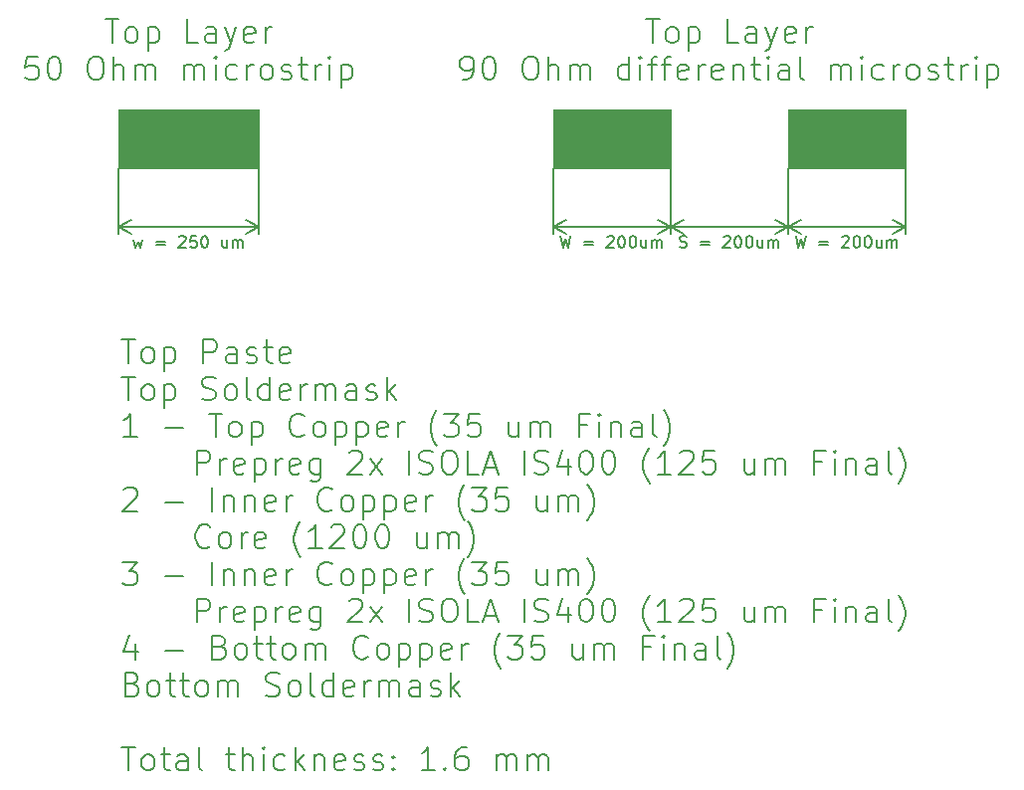
<source format=gbr>
%TF.GenerationSoftware,KiCad,Pcbnew,5.1.6-c6e7f7d~87~ubuntu18.04.1*%
%TF.CreationDate,2020-08-02T20:24:30+02:00*%
%TF.ProjectId,SKnob,534b6e6f-622e-46b6-9963-61645f706362,1.0*%
%TF.SameCoordinates,Original*%
%TF.FileFunction,Other,Comment*%
%FSLAX46Y46*%
G04 Gerber Fmt 4.6, Leading zero omitted, Abs format (unit mm)*
G04 Created by KiCad (PCBNEW 5.1.6-c6e7f7d~87~ubuntu18.04.1) date 2020-08-02 20:24:30*
%MOMM*%
%LPD*%
G01*
G04 APERTURE LIST*
%ADD10C,0.150000*%
%ADD11C,0.100000*%
G04 APERTURE END LIST*
D10*
X98287976Y-120579761D02*
X99430833Y-120579761D01*
X98859404Y-122579761D02*
X98859404Y-120579761D01*
X100383214Y-122579761D02*
X100192738Y-122484523D01*
X100097500Y-122389285D01*
X100002261Y-122198809D01*
X100002261Y-121627380D01*
X100097500Y-121436904D01*
X100192738Y-121341666D01*
X100383214Y-121246428D01*
X100668928Y-121246428D01*
X100859404Y-121341666D01*
X100954642Y-121436904D01*
X101049880Y-121627380D01*
X101049880Y-122198809D01*
X100954642Y-122389285D01*
X100859404Y-122484523D01*
X100668928Y-122579761D01*
X100383214Y-122579761D01*
X101907023Y-121246428D02*
X101907023Y-123246428D01*
X101907023Y-121341666D02*
X102097500Y-121246428D01*
X102478452Y-121246428D01*
X102668928Y-121341666D01*
X102764166Y-121436904D01*
X102859404Y-121627380D01*
X102859404Y-122198809D01*
X102764166Y-122389285D01*
X102668928Y-122484523D01*
X102478452Y-122579761D01*
X102097500Y-122579761D01*
X101907023Y-122484523D01*
X105240357Y-122579761D02*
X105240357Y-120579761D01*
X106002261Y-120579761D01*
X106192738Y-120675000D01*
X106287976Y-120770238D01*
X106383214Y-120960714D01*
X106383214Y-121246428D01*
X106287976Y-121436904D01*
X106192738Y-121532142D01*
X106002261Y-121627380D01*
X105240357Y-121627380D01*
X108097500Y-122579761D02*
X108097500Y-121532142D01*
X108002261Y-121341666D01*
X107811785Y-121246428D01*
X107430833Y-121246428D01*
X107240357Y-121341666D01*
X108097500Y-122484523D02*
X107907023Y-122579761D01*
X107430833Y-122579761D01*
X107240357Y-122484523D01*
X107145119Y-122294047D01*
X107145119Y-122103571D01*
X107240357Y-121913095D01*
X107430833Y-121817857D01*
X107907023Y-121817857D01*
X108097500Y-121722619D01*
X108954642Y-122484523D02*
X109145119Y-122579761D01*
X109526071Y-122579761D01*
X109716547Y-122484523D01*
X109811785Y-122294047D01*
X109811785Y-122198809D01*
X109716547Y-122008333D01*
X109526071Y-121913095D01*
X109240357Y-121913095D01*
X109049880Y-121817857D01*
X108954642Y-121627380D01*
X108954642Y-121532142D01*
X109049880Y-121341666D01*
X109240357Y-121246428D01*
X109526071Y-121246428D01*
X109716547Y-121341666D01*
X110383214Y-121246428D02*
X111145119Y-121246428D01*
X110668928Y-120579761D02*
X110668928Y-122294047D01*
X110764166Y-122484523D01*
X110954642Y-122579761D01*
X111145119Y-122579761D01*
X112573690Y-122484523D02*
X112383214Y-122579761D01*
X112002261Y-122579761D01*
X111811785Y-122484523D01*
X111716547Y-122294047D01*
X111716547Y-121532142D01*
X111811785Y-121341666D01*
X112002261Y-121246428D01*
X112383214Y-121246428D01*
X112573690Y-121341666D01*
X112668928Y-121532142D01*
X112668928Y-121722619D01*
X111716547Y-121913095D01*
X98287976Y-123729761D02*
X99430833Y-123729761D01*
X98859404Y-125729761D02*
X98859404Y-123729761D01*
X100383214Y-125729761D02*
X100192738Y-125634523D01*
X100097500Y-125539285D01*
X100002261Y-125348809D01*
X100002261Y-124777380D01*
X100097500Y-124586904D01*
X100192738Y-124491666D01*
X100383214Y-124396428D01*
X100668928Y-124396428D01*
X100859404Y-124491666D01*
X100954642Y-124586904D01*
X101049880Y-124777380D01*
X101049880Y-125348809D01*
X100954642Y-125539285D01*
X100859404Y-125634523D01*
X100668928Y-125729761D01*
X100383214Y-125729761D01*
X101907023Y-124396428D02*
X101907023Y-126396428D01*
X101907023Y-124491666D02*
X102097500Y-124396428D01*
X102478452Y-124396428D01*
X102668928Y-124491666D01*
X102764166Y-124586904D01*
X102859404Y-124777380D01*
X102859404Y-125348809D01*
X102764166Y-125539285D01*
X102668928Y-125634523D01*
X102478452Y-125729761D01*
X102097500Y-125729761D01*
X101907023Y-125634523D01*
X105145119Y-125634523D02*
X105430833Y-125729761D01*
X105907023Y-125729761D01*
X106097500Y-125634523D01*
X106192738Y-125539285D01*
X106287976Y-125348809D01*
X106287976Y-125158333D01*
X106192738Y-124967857D01*
X106097500Y-124872619D01*
X105907023Y-124777380D01*
X105526071Y-124682142D01*
X105335595Y-124586904D01*
X105240357Y-124491666D01*
X105145119Y-124301190D01*
X105145119Y-124110714D01*
X105240357Y-123920238D01*
X105335595Y-123825000D01*
X105526071Y-123729761D01*
X106002261Y-123729761D01*
X106287976Y-123825000D01*
X107430833Y-125729761D02*
X107240357Y-125634523D01*
X107145119Y-125539285D01*
X107049880Y-125348809D01*
X107049880Y-124777380D01*
X107145119Y-124586904D01*
X107240357Y-124491666D01*
X107430833Y-124396428D01*
X107716547Y-124396428D01*
X107907023Y-124491666D01*
X108002261Y-124586904D01*
X108097500Y-124777380D01*
X108097500Y-125348809D01*
X108002261Y-125539285D01*
X107907023Y-125634523D01*
X107716547Y-125729761D01*
X107430833Y-125729761D01*
X109240357Y-125729761D02*
X109049880Y-125634523D01*
X108954642Y-125444047D01*
X108954642Y-123729761D01*
X110859404Y-125729761D02*
X110859404Y-123729761D01*
X110859404Y-125634523D02*
X110668928Y-125729761D01*
X110287976Y-125729761D01*
X110097500Y-125634523D01*
X110002261Y-125539285D01*
X109907023Y-125348809D01*
X109907023Y-124777380D01*
X110002261Y-124586904D01*
X110097500Y-124491666D01*
X110287976Y-124396428D01*
X110668928Y-124396428D01*
X110859404Y-124491666D01*
X112573690Y-125634523D02*
X112383214Y-125729761D01*
X112002261Y-125729761D01*
X111811785Y-125634523D01*
X111716547Y-125444047D01*
X111716547Y-124682142D01*
X111811785Y-124491666D01*
X112002261Y-124396428D01*
X112383214Y-124396428D01*
X112573690Y-124491666D01*
X112668928Y-124682142D01*
X112668928Y-124872619D01*
X111716547Y-125063095D01*
X113526071Y-125729761D02*
X113526071Y-124396428D01*
X113526071Y-124777380D02*
X113621309Y-124586904D01*
X113716547Y-124491666D01*
X113907023Y-124396428D01*
X114097500Y-124396428D01*
X114764166Y-125729761D02*
X114764166Y-124396428D01*
X114764166Y-124586904D02*
X114859404Y-124491666D01*
X115049880Y-124396428D01*
X115335595Y-124396428D01*
X115526071Y-124491666D01*
X115621309Y-124682142D01*
X115621309Y-125729761D01*
X115621309Y-124682142D02*
X115716547Y-124491666D01*
X115907023Y-124396428D01*
X116192738Y-124396428D01*
X116383214Y-124491666D01*
X116478452Y-124682142D01*
X116478452Y-125729761D01*
X118287976Y-125729761D02*
X118287976Y-124682142D01*
X118192738Y-124491666D01*
X118002261Y-124396428D01*
X117621309Y-124396428D01*
X117430833Y-124491666D01*
X118287976Y-125634523D02*
X118097500Y-125729761D01*
X117621309Y-125729761D01*
X117430833Y-125634523D01*
X117335595Y-125444047D01*
X117335595Y-125253571D01*
X117430833Y-125063095D01*
X117621309Y-124967857D01*
X118097500Y-124967857D01*
X118287976Y-124872619D01*
X119145119Y-125634523D02*
X119335595Y-125729761D01*
X119716547Y-125729761D01*
X119907023Y-125634523D01*
X120002261Y-125444047D01*
X120002261Y-125348809D01*
X119907023Y-125158333D01*
X119716547Y-125063095D01*
X119430833Y-125063095D01*
X119240357Y-124967857D01*
X119145119Y-124777380D01*
X119145119Y-124682142D01*
X119240357Y-124491666D01*
X119430833Y-124396428D01*
X119716547Y-124396428D01*
X119907023Y-124491666D01*
X120859404Y-125729761D02*
X120859404Y-123729761D01*
X121049880Y-124967857D02*
X121621309Y-125729761D01*
X121621309Y-124396428D02*
X120859404Y-125158333D01*
X99621309Y-128879761D02*
X98478452Y-128879761D01*
X99049880Y-128879761D02*
X99049880Y-126879761D01*
X98859404Y-127165476D01*
X98668928Y-127355952D01*
X98478452Y-127451190D01*
X102002261Y-128117857D02*
X103526071Y-128117857D01*
X105716547Y-126879761D02*
X106859404Y-126879761D01*
X106287976Y-128879761D02*
X106287976Y-126879761D01*
X107811785Y-128879761D02*
X107621309Y-128784523D01*
X107526071Y-128689285D01*
X107430833Y-128498809D01*
X107430833Y-127927380D01*
X107526071Y-127736904D01*
X107621309Y-127641666D01*
X107811785Y-127546428D01*
X108097500Y-127546428D01*
X108287976Y-127641666D01*
X108383214Y-127736904D01*
X108478452Y-127927380D01*
X108478452Y-128498809D01*
X108383214Y-128689285D01*
X108287976Y-128784523D01*
X108097500Y-128879761D01*
X107811785Y-128879761D01*
X109335595Y-127546428D02*
X109335595Y-129546428D01*
X109335595Y-127641666D02*
X109526071Y-127546428D01*
X109907023Y-127546428D01*
X110097500Y-127641666D01*
X110192738Y-127736904D01*
X110287976Y-127927380D01*
X110287976Y-128498809D01*
X110192738Y-128689285D01*
X110097500Y-128784523D01*
X109907023Y-128879761D01*
X109526071Y-128879761D01*
X109335595Y-128784523D01*
X113811785Y-128689285D02*
X113716547Y-128784523D01*
X113430833Y-128879761D01*
X113240357Y-128879761D01*
X112954642Y-128784523D01*
X112764166Y-128594047D01*
X112668928Y-128403571D01*
X112573690Y-128022619D01*
X112573690Y-127736904D01*
X112668928Y-127355952D01*
X112764166Y-127165476D01*
X112954642Y-126975000D01*
X113240357Y-126879761D01*
X113430833Y-126879761D01*
X113716547Y-126975000D01*
X113811785Y-127070238D01*
X114954642Y-128879761D02*
X114764166Y-128784523D01*
X114668928Y-128689285D01*
X114573690Y-128498809D01*
X114573690Y-127927380D01*
X114668928Y-127736904D01*
X114764166Y-127641666D01*
X114954642Y-127546428D01*
X115240357Y-127546428D01*
X115430833Y-127641666D01*
X115526071Y-127736904D01*
X115621309Y-127927380D01*
X115621309Y-128498809D01*
X115526071Y-128689285D01*
X115430833Y-128784523D01*
X115240357Y-128879761D01*
X114954642Y-128879761D01*
X116478452Y-127546428D02*
X116478452Y-129546428D01*
X116478452Y-127641666D02*
X116668928Y-127546428D01*
X117049880Y-127546428D01*
X117240357Y-127641666D01*
X117335595Y-127736904D01*
X117430833Y-127927380D01*
X117430833Y-128498809D01*
X117335595Y-128689285D01*
X117240357Y-128784523D01*
X117049880Y-128879761D01*
X116668928Y-128879761D01*
X116478452Y-128784523D01*
X118287976Y-127546428D02*
X118287976Y-129546428D01*
X118287976Y-127641666D02*
X118478452Y-127546428D01*
X118859404Y-127546428D01*
X119049880Y-127641666D01*
X119145119Y-127736904D01*
X119240357Y-127927380D01*
X119240357Y-128498809D01*
X119145119Y-128689285D01*
X119049880Y-128784523D01*
X118859404Y-128879761D01*
X118478452Y-128879761D01*
X118287976Y-128784523D01*
X120859404Y-128784523D02*
X120668928Y-128879761D01*
X120287976Y-128879761D01*
X120097500Y-128784523D01*
X120002261Y-128594047D01*
X120002261Y-127832142D01*
X120097500Y-127641666D01*
X120287976Y-127546428D01*
X120668928Y-127546428D01*
X120859404Y-127641666D01*
X120954642Y-127832142D01*
X120954642Y-128022619D01*
X120002261Y-128213095D01*
X121811785Y-128879761D02*
X121811785Y-127546428D01*
X121811785Y-127927380D02*
X121907023Y-127736904D01*
X122002261Y-127641666D01*
X122192738Y-127546428D01*
X122383214Y-127546428D01*
X125145119Y-129641666D02*
X125049880Y-129546428D01*
X124859404Y-129260714D01*
X124764166Y-129070238D01*
X124668928Y-128784523D01*
X124573690Y-128308333D01*
X124573690Y-127927380D01*
X124668928Y-127451190D01*
X124764166Y-127165476D01*
X124859404Y-126975000D01*
X125049880Y-126689285D01*
X125145119Y-126594047D01*
X125716547Y-126879761D02*
X126954642Y-126879761D01*
X126287976Y-127641666D01*
X126573690Y-127641666D01*
X126764166Y-127736904D01*
X126859404Y-127832142D01*
X126954642Y-128022619D01*
X126954642Y-128498809D01*
X126859404Y-128689285D01*
X126764166Y-128784523D01*
X126573690Y-128879761D01*
X126002261Y-128879761D01*
X125811785Y-128784523D01*
X125716547Y-128689285D01*
X128764166Y-126879761D02*
X127811785Y-126879761D01*
X127716547Y-127832142D01*
X127811785Y-127736904D01*
X128002261Y-127641666D01*
X128478452Y-127641666D01*
X128668928Y-127736904D01*
X128764166Y-127832142D01*
X128859404Y-128022619D01*
X128859404Y-128498809D01*
X128764166Y-128689285D01*
X128668928Y-128784523D01*
X128478452Y-128879761D01*
X128002261Y-128879761D01*
X127811785Y-128784523D01*
X127716547Y-128689285D01*
X132097500Y-127546428D02*
X132097500Y-128879761D01*
X131240357Y-127546428D02*
X131240357Y-128594047D01*
X131335595Y-128784523D01*
X131526071Y-128879761D01*
X131811785Y-128879761D01*
X132002261Y-128784523D01*
X132097500Y-128689285D01*
X133049880Y-128879761D02*
X133049880Y-127546428D01*
X133049880Y-127736904D02*
X133145119Y-127641666D01*
X133335595Y-127546428D01*
X133621309Y-127546428D01*
X133811785Y-127641666D01*
X133907023Y-127832142D01*
X133907023Y-128879761D01*
X133907023Y-127832142D02*
X134002261Y-127641666D01*
X134192738Y-127546428D01*
X134478452Y-127546428D01*
X134668928Y-127641666D01*
X134764166Y-127832142D01*
X134764166Y-128879761D01*
X137907023Y-127832142D02*
X137240357Y-127832142D01*
X137240357Y-128879761D02*
X137240357Y-126879761D01*
X138192738Y-126879761D01*
X138954642Y-128879761D02*
X138954642Y-127546428D01*
X138954642Y-126879761D02*
X138859404Y-126975000D01*
X138954642Y-127070238D01*
X139049880Y-126975000D01*
X138954642Y-126879761D01*
X138954642Y-127070238D01*
X139907023Y-127546428D02*
X139907023Y-128879761D01*
X139907023Y-127736904D02*
X140002261Y-127641666D01*
X140192738Y-127546428D01*
X140478452Y-127546428D01*
X140668928Y-127641666D01*
X140764166Y-127832142D01*
X140764166Y-128879761D01*
X142573690Y-128879761D02*
X142573690Y-127832142D01*
X142478452Y-127641666D01*
X142287976Y-127546428D01*
X141907023Y-127546428D01*
X141716547Y-127641666D01*
X142573690Y-128784523D02*
X142383214Y-128879761D01*
X141907023Y-128879761D01*
X141716547Y-128784523D01*
X141621309Y-128594047D01*
X141621309Y-128403571D01*
X141716547Y-128213095D01*
X141907023Y-128117857D01*
X142383214Y-128117857D01*
X142573690Y-128022619D01*
X143811785Y-128879761D02*
X143621309Y-128784523D01*
X143526071Y-128594047D01*
X143526071Y-126879761D01*
X144383214Y-129641666D02*
X144478452Y-129546428D01*
X144668928Y-129260714D01*
X144764166Y-129070238D01*
X144859404Y-128784523D01*
X144954642Y-128308333D01*
X144954642Y-127927380D01*
X144859404Y-127451190D01*
X144764166Y-127165476D01*
X144668928Y-126975000D01*
X144478452Y-126689285D01*
X144383214Y-126594047D01*
X104668928Y-132029761D02*
X104668928Y-130029761D01*
X105430833Y-130029761D01*
X105621309Y-130125000D01*
X105716547Y-130220238D01*
X105811785Y-130410714D01*
X105811785Y-130696428D01*
X105716547Y-130886904D01*
X105621309Y-130982142D01*
X105430833Y-131077380D01*
X104668928Y-131077380D01*
X106668928Y-132029761D02*
X106668928Y-130696428D01*
X106668928Y-131077380D02*
X106764166Y-130886904D01*
X106859404Y-130791666D01*
X107049880Y-130696428D01*
X107240357Y-130696428D01*
X108668928Y-131934523D02*
X108478452Y-132029761D01*
X108097500Y-132029761D01*
X107907023Y-131934523D01*
X107811785Y-131744047D01*
X107811785Y-130982142D01*
X107907023Y-130791666D01*
X108097500Y-130696428D01*
X108478452Y-130696428D01*
X108668928Y-130791666D01*
X108764166Y-130982142D01*
X108764166Y-131172619D01*
X107811785Y-131363095D01*
X109621309Y-130696428D02*
X109621309Y-132696428D01*
X109621309Y-130791666D02*
X109811785Y-130696428D01*
X110192738Y-130696428D01*
X110383214Y-130791666D01*
X110478452Y-130886904D01*
X110573690Y-131077380D01*
X110573690Y-131648809D01*
X110478452Y-131839285D01*
X110383214Y-131934523D01*
X110192738Y-132029761D01*
X109811785Y-132029761D01*
X109621309Y-131934523D01*
X111430833Y-132029761D02*
X111430833Y-130696428D01*
X111430833Y-131077380D02*
X111526071Y-130886904D01*
X111621309Y-130791666D01*
X111811785Y-130696428D01*
X112002261Y-130696428D01*
X113430833Y-131934523D02*
X113240357Y-132029761D01*
X112859404Y-132029761D01*
X112668928Y-131934523D01*
X112573690Y-131744047D01*
X112573690Y-130982142D01*
X112668928Y-130791666D01*
X112859404Y-130696428D01*
X113240357Y-130696428D01*
X113430833Y-130791666D01*
X113526071Y-130982142D01*
X113526071Y-131172619D01*
X112573690Y-131363095D01*
X115240357Y-130696428D02*
X115240357Y-132315476D01*
X115145119Y-132505952D01*
X115049880Y-132601190D01*
X114859404Y-132696428D01*
X114573690Y-132696428D01*
X114383214Y-132601190D01*
X115240357Y-131934523D02*
X115049880Y-132029761D01*
X114668928Y-132029761D01*
X114478452Y-131934523D01*
X114383214Y-131839285D01*
X114287976Y-131648809D01*
X114287976Y-131077380D01*
X114383214Y-130886904D01*
X114478452Y-130791666D01*
X114668928Y-130696428D01*
X115049880Y-130696428D01*
X115240357Y-130791666D01*
X117621309Y-130220238D02*
X117716547Y-130125000D01*
X117907023Y-130029761D01*
X118383214Y-130029761D01*
X118573690Y-130125000D01*
X118668928Y-130220238D01*
X118764166Y-130410714D01*
X118764166Y-130601190D01*
X118668928Y-130886904D01*
X117526071Y-132029761D01*
X118764166Y-132029761D01*
X119430833Y-132029761D02*
X120478452Y-130696428D01*
X119430833Y-130696428D02*
X120478452Y-132029761D01*
X122764166Y-132029761D02*
X122764166Y-130029761D01*
X123621309Y-131934523D02*
X123907023Y-132029761D01*
X124383214Y-132029761D01*
X124573690Y-131934523D01*
X124668928Y-131839285D01*
X124764166Y-131648809D01*
X124764166Y-131458333D01*
X124668928Y-131267857D01*
X124573690Y-131172619D01*
X124383214Y-131077380D01*
X124002261Y-130982142D01*
X123811785Y-130886904D01*
X123716547Y-130791666D01*
X123621309Y-130601190D01*
X123621309Y-130410714D01*
X123716547Y-130220238D01*
X123811785Y-130125000D01*
X124002261Y-130029761D01*
X124478452Y-130029761D01*
X124764166Y-130125000D01*
X126002261Y-130029761D02*
X126383214Y-130029761D01*
X126573690Y-130125000D01*
X126764166Y-130315476D01*
X126859404Y-130696428D01*
X126859404Y-131363095D01*
X126764166Y-131744047D01*
X126573690Y-131934523D01*
X126383214Y-132029761D01*
X126002261Y-132029761D01*
X125811785Y-131934523D01*
X125621309Y-131744047D01*
X125526071Y-131363095D01*
X125526071Y-130696428D01*
X125621309Y-130315476D01*
X125811785Y-130125000D01*
X126002261Y-130029761D01*
X128668928Y-132029761D02*
X127716547Y-132029761D01*
X127716547Y-130029761D01*
X129240357Y-131458333D02*
X130192738Y-131458333D01*
X129049880Y-132029761D02*
X129716547Y-130029761D01*
X130383214Y-132029761D01*
X132573690Y-132029761D02*
X132573690Y-130029761D01*
X133430833Y-131934523D02*
X133716547Y-132029761D01*
X134192738Y-132029761D01*
X134383214Y-131934523D01*
X134478452Y-131839285D01*
X134573690Y-131648809D01*
X134573690Y-131458333D01*
X134478452Y-131267857D01*
X134383214Y-131172619D01*
X134192738Y-131077380D01*
X133811785Y-130982142D01*
X133621309Y-130886904D01*
X133526071Y-130791666D01*
X133430833Y-130601190D01*
X133430833Y-130410714D01*
X133526071Y-130220238D01*
X133621309Y-130125000D01*
X133811785Y-130029761D01*
X134287976Y-130029761D01*
X134573690Y-130125000D01*
X136287976Y-130696428D02*
X136287976Y-132029761D01*
X135811785Y-129934523D02*
X135335595Y-131363095D01*
X136573690Y-131363095D01*
X137716547Y-130029761D02*
X137907023Y-130029761D01*
X138097500Y-130125000D01*
X138192738Y-130220238D01*
X138287976Y-130410714D01*
X138383214Y-130791666D01*
X138383214Y-131267857D01*
X138287976Y-131648809D01*
X138192738Y-131839285D01*
X138097500Y-131934523D01*
X137907023Y-132029761D01*
X137716547Y-132029761D01*
X137526071Y-131934523D01*
X137430833Y-131839285D01*
X137335595Y-131648809D01*
X137240357Y-131267857D01*
X137240357Y-130791666D01*
X137335595Y-130410714D01*
X137430833Y-130220238D01*
X137526071Y-130125000D01*
X137716547Y-130029761D01*
X139621309Y-130029761D02*
X139811785Y-130029761D01*
X140002261Y-130125000D01*
X140097500Y-130220238D01*
X140192738Y-130410714D01*
X140287976Y-130791666D01*
X140287976Y-131267857D01*
X140192738Y-131648809D01*
X140097500Y-131839285D01*
X140002261Y-131934523D01*
X139811785Y-132029761D01*
X139621309Y-132029761D01*
X139430833Y-131934523D01*
X139335595Y-131839285D01*
X139240357Y-131648809D01*
X139145119Y-131267857D01*
X139145119Y-130791666D01*
X139240357Y-130410714D01*
X139335595Y-130220238D01*
X139430833Y-130125000D01*
X139621309Y-130029761D01*
X143240357Y-132791666D02*
X143145119Y-132696428D01*
X142954642Y-132410714D01*
X142859404Y-132220238D01*
X142764166Y-131934523D01*
X142668928Y-131458333D01*
X142668928Y-131077380D01*
X142764166Y-130601190D01*
X142859404Y-130315476D01*
X142954642Y-130125000D01*
X143145119Y-129839285D01*
X143240357Y-129744047D01*
X145049880Y-132029761D02*
X143907023Y-132029761D01*
X144478452Y-132029761D02*
X144478452Y-130029761D01*
X144287976Y-130315476D01*
X144097500Y-130505952D01*
X143907023Y-130601190D01*
X145811785Y-130220238D02*
X145907023Y-130125000D01*
X146097500Y-130029761D01*
X146573690Y-130029761D01*
X146764166Y-130125000D01*
X146859404Y-130220238D01*
X146954642Y-130410714D01*
X146954642Y-130601190D01*
X146859404Y-130886904D01*
X145716547Y-132029761D01*
X146954642Y-132029761D01*
X148764166Y-130029761D02*
X147811785Y-130029761D01*
X147716547Y-130982142D01*
X147811785Y-130886904D01*
X148002261Y-130791666D01*
X148478452Y-130791666D01*
X148668928Y-130886904D01*
X148764166Y-130982142D01*
X148859404Y-131172619D01*
X148859404Y-131648809D01*
X148764166Y-131839285D01*
X148668928Y-131934523D01*
X148478452Y-132029761D01*
X148002261Y-132029761D01*
X147811785Y-131934523D01*
X147716547Y-131839285D01*
X152097500Y-130696428D02*
X152097500Y-132029761D01*
X151240357Y-130696428D02*
X151240357Y-131744047D01*
X151335595Y-131934523D01*
X151526071Y-132029761D01*
X151811785Y-132029761D01*
X152002261Y-131934523D01*
X152097500Y-131839285D01*
X153049880Y-132029761D02*
X153049880Y-130696428D01*
X153049880Y-130886904D02*
X153145119Y-130791666D01*
X153335595Y-130696428D01*
X153621309Y-130696428D01*
X153811785Y-130791666D01*
X153907023Y-130982142D01*
X153907023Y-132029761D01*
X153907023Y-130982142D02*
X154002261Y-130791666D01*
X154192738Y-130696428D01*
X154478452Y-130696428D01*
X154668928Y-130791666D01*
X154764166Y-130982142D01*
X154764166Y-132029761D01*
X157907023Y-130982142D02*
X157240357Y-130982142D01*
X157240357Y-132029761D02*
X157240357Y-130029761D01*
X158192738Y-130029761D01*
X158954642Y-132029761D02*
X158954642Y-130696428D01*
X158954642Y-130029761D02*
X158859404Y-130125000D01*
X158954642Y-130220238D01*
X159049880Y-130125000D01*
X158954642Y-130029761D01*
X158954642Y-130220238D01*
X159907023Y-130696428D02*
X159907023Y-132029761D01*
X159907023Y-130886904D02*
X160002261Y-130791666D01*
X160192738Y-130696428D01*
X160478452Y-130696428D01*
X160668928Y-130791666D01*
X160764166Y-130982142D01*
X160764166Y-132029761D01*
X162573690Y-132029761D02*
X162573690Y-130982142D01*
X162478452Y-130791666D01*
X162287976Y-130696428D01*
X161907023Y-130696428D01*
X161716547Y-130791666D01*
X162573690Y-131934523D02*
X162383214Y-132029761D01*
X161907023Y-132029761D01*
X161716547Y-131934523D01*
X161621309Y-131744047D01*
X161621309Y-131553571D01*
X161716547Y-131363095D01*
X161907023Y-131267857D01*
X162383214Y-131267857D01*
X162573690Y-131172619D01*
X163811785Y-132029761D02*
X163621309Y-131934523D01*
X163526071Y-131744047D01*
X163526071Y-130029761D01*
X164383214Y-132791666D02*
X164478452Y-132696428D01*
X164668928Y-132410714D01*
X164764166Y-132220238D01*
X164859404Y-131934523D01*
X164954642Y-131458333D01*
X164954642Y-131077380D01*
X164859404Y-130601190D01*
X164764166Y-130315476D01*
X164668928Y-130125000D01*
X164478452Y-129839285D01*
X164383214Y-129744047D01*
X98478452Y-133370238D02*
X98573690Y-133275000D01*
X98764166Y-133179761D01*
X99240357Y-133179761D01*
X99430833Y-133275000D01*
X99526071Y-133370238D01*
X99621309Y-133560714D01*
X99621309Y-133751190D01*
X99526071Y-134036904D01*
X98383214Y-135179761D01*
X99621309Y-135179761D01*
X102002261Y-134417857D02*
X103526071Y-134417857D01*
X106002261Y-135179761D02*
X106002261Y-133179761D01*
X106954642Y-133846428D02*
X106954642Y-135179761D01*
X106954642Y-134036904D02*
X107049880Y-133941666D01*
X107240357Y-133846428D01*
X107526071Y-133846428D01*
X107716547Y-133941666D01*
X107811785Y-134132142D01*
X107811785Y-135179761D01*
X108764166Y-133846428D02*
X108764166Y-135179761D01*
X108764166Y-134036904D02*
X108859404Y-133941666D01*
X109049880Y-133846428D01*
X109335595Y-133846428D01*
X109526071Y-133941666D01*
X109621309Y-134132142D01*
X109621309Y-135179761D01*
X111335595Y-135084523D02*
X111145119Y-135179761D01*
X110764166Y-135179761D01*
X110573690Y-135084523D01*
X110478452Y-134894047D01*
X110478452Y-134132142D01*
X110573690Y-133941666D01*
X110764166Y-133846428D01*
X111145119Y-133846428D01*
X111335595Y-133941666D01*
X111430833Y-134132142D01*
X111430833Y-134322619D01*
X110478452Y-134513095D01*
X112287976Y-135179761D02*
X112287976Y-133846428D01*
X112287976Y-134227380D02*
X112383214Y-134036904D01*
X112478452Y-133941666D01*
X112668928Y-133846428D01*
X112859404Y-133846428D01*
X116192738Y-134989285D02*
X116097500Y-135084523D01*
X115811785Y-135179761D01*
X115621309Y-135179761D01*
X115335595Y-135084523D01*
X115145119Y-134894047D01*
X115049880Y-134703571D01*
X114954642Y-134322619D01*
X114954642Y-134036904D01*
X115049880Y-133655952D01*
X115145119Y-133465476D01*
X115335595Y-133275000D01*
X115621309Y-133179761D01*
X115811785Y-133179761D01*
X116097500Y-133275000D01*
X116192738Y-133370238D01*
X117335595Y-135179761D02*
X117145119Y-135084523D01*
X117049880Y-134989285D01*
X116954642Y-134798809D01*
X116954642Y-134227380D01*
X117049880Y-134036904D01*
X117145119Y-133941666D01*
X117335595Y-133846428D01*
X117621309Y-133846428D01*
X117811785Y-133941666D01*
X117907023Y-134036904D01*
X118002261Y-134227380D01*
X118002261Y-134798809D01*
X117907023Y-134989285D01*
X117811785Y-135084523D01*
X117621309Y-135179761D01*
X117335595Y-135179761D01*
X118859404Y-133846428D02*
X118859404Y-135846428D01*
X118859404Y-133941666D02*
X119049880Y-133846428D01*
X119430833Y-133846428D01*
X119621309Y-133941666D01*
X119716547Y-134036904D01*
X119811785Y-134227380D01*
X119811785Y-134798809D01*
X119716547Y-134989285D01*
X119621309Y-135084523D01*
X119430833Y-135179761D01*
X119049880Y-135179761D01*
X118859404Y-135084523D01*
X120668928Y-133846428D02*
X120668928Y-135846428D01*
X120668928Y-133941666D02*
X120859404Y-133846428D01*
X121240357Y-133846428D01*
X121430833Y-133941666D01*
X121526071Y-134036904D01*
X121621309Y-134227380D01*
X121621309Y-134798809D01*
X121526071Y-134989285D01*
X121430833Y-135084523D01*
X121240357Y-135179761D01*
X120859404Y-135179761D01*
X120668928Y-135084523D01*
X123240357Y-135084523D02*
X123049880Y-135179761D01*
X122668928Y-135179761D01*
X122478452Y-135084523D01*
X122383214Y-134894047D01*
X122383214Y-134132142D01*
X122478452Y-133941666D01*
X122668928Y-133846428D01*
X123049880Y-133846428D01*
X123240357Y-133941666D01*
X123335595Y-134132142D01*
X123335595Y-134322619D01*
X122383214Y-134513095D01*
X124192738Y-135179761D02*
X124192738Y-133846428D01*
X124192738Y-134227380D02*
X124287976Y-134036904D01*
X124383214Y-133941666D01*
X124573690Y-133846428D01*
X124764166Y-133846428D01*
X127526071Y-135941666D02*
X127430833Y-135846428D01*
X127240357Y-135560714D01*
X127145119Y-135370238D01*
X127049880Y-135084523D01*
X126954642Y-134608333D01*
X126954642Y-134227380D01*
X127049880Y-133751190D01*
X127145119Y-133465476D01*
X127240357Y-133275000D01*
X127430833Y-132989285D01*
X127526071Y-132894047D01*
X128097500Y-133179761D02*
X129335595Y-133179761D01*
X128668928Y-133941666D01*
X128954642Y-133941666D01*
X129145119Y-134036904D01*
X129240357Y-134132142D01*
X129335595Y-134322619D01*
X129335595Y-134798809D01*
X129240357Y-134989285D01*
X129145119Y-135084523D01*
X128954642Y-135179761D01*
X128383214Y-135179761D01*
X128192738Y-135084523D01*
X128097500Y-134989285D01*
X131145119Y-133179761D02*
X130192738Y-133179761D01*
X130097500Y-134132142D01*
X130192738Y-134036904D01*
X130383214Y-133941666D01*
X130859404Y-133941666D01*
X131049880Y-134036904D01*
X131145119Y-134132142D01*
X131240357Y-134322619D01*
X131240357Y-134798809D01*
X131145119Y-134989285D01*
X131049880Y-135084523D01*
X130859404Y-135179761D01*
X130383214Y-135179761D01*
X130192738Y-135084523D01*
X130097500Y-134989285D01*
X134478452Y-133846428D02*
X134478452Y-135179761D01*
X133621309Y-133846428D02*
X133621309Y-134894047D01*
X133716547Y-135084523D01*
X133907023Y-135179761D01*
X134192738Y-135179761D01*
X134383214Y-135084523D01*
X134478452Y-134989285D01*
X135430833Y-135179761D02*
X135430833Y-133846428D01*
X135430833Y-134036904D02*
X135526071Y-133941666D01*
X135716547Y-133846428D01*
X136002261Y-133846428D01*
X136192738Y-133941666D01*
X136287976Y-134132142D01*
X136287976Y-135179761D01*
X136287976Y-134132142D02*
X136383214Y-133941666D01*
X136573690Y-133846428D01*
X136859404Y-133846428D01*
X137049880Y-133941666D01*
X137145119Y-134132142D01*
X137145119Y-135179761D01*
X137907023Y-135941666D02*
X138002261Y-135846428D01*
X138192738Y-135560714D01*
X138287976Y-135370238D01*
X138383214Y-135084523D01*
X138478452Y-134608333D01*
X138478452Y-134227380D01*
X138383214Y-133751190D01*
X138287976Y-133465476D01*
X138192738Y-133275000D01*
X138002261Y-132989285D01*
X137907023Y-132894047D01*
X105811785Y-138139285D02*
X105716547Y-138234523D01*
X105430833Y-138329761D01*
X105240357Y-138329761D01*
X104954642Y-138234523D01*
X104764166Y-138044047D01*
X104668928Y-137853571D01*
X104573690Y-137472619D01*
X104573690Y-137186904D01*
X104668928Y-136805952D01*
X104764166Y-136615476D01*
X104954642Y-136425000D01*
X105240357Y-136329761D01*
X105430833Y-136329761D01*
X105716547Y-136425000D01*
X105811785Y-136520238D01*
X106954642Y-138329761D02*
X106764166Y-138234523D01*
X106668928Y-138139285D01*
X106573690Y-137948809D01*
X106573690Y-137377380D01*
X106668928Y-137186904D01*
X106764166Y-137091666D01*
X106954642Y-136996428D01*
X107240357Y-136996428D01*
X107430833Y-137091666D01*
X107526071Y-137186904D01*
X107621309Y-137377380D01*
X107621309Y-137948809D01*
X107526071Y-138139285D01*
X107430833Y-138234523D01*
X107240357Y-138329761D01*
X106954642Y-138329761D01*
X108478452Y-138329761D02*
X108478452Y-136996428D01*
X108478452Y-137377380D02*
X108573690Y-137186904D01*
X108668928Y-137091666D01*
X108859404Y-136996428D01*
X109049880Y-136996428D01*
X110478452Y-138234523D02*
X110287976Y-138329761D01*
X109907023Y-138329761D01*
X109716547Y-138234523D01*
X109621309Y-138044047D01*
X109621309Y-137282142D01*
X109716547Y-137091666D01*
X109907023Y-136996428D01*
X110287976Y-136996428D01*
X110478452Y-137091666D01*
X110573690Y-137282142D01*
X110573690Y-137472619D01*
X109621309Y-137663095D01*
X113526071Y-139091666D02*
X113430833Y-138996428D01*
X113240357Y-138710714D01*
X113145119Y-138520238D01*
X113049880Y-138234523D01*
X112954642Y-137758333D01*
X112954642Y-137377380D01*
X113049880Y-136901190D01*
X113145119Y-136615476D01*
X113240357Y-136425000D01*
X113430833Y-136139285D01*
X113526071Y-136044047D01*
X115335595Y-138329761D02*
X114192738Y-138329761D01*
X114764166Y-138329761D02*
X114764166Y-136329761D01*
X114573690Y-136615476D01*
X114383214Y-136805952D01*
X114192738Y-136901190D01*
X116097500Y-136520238D02*
X116192738Y-136425000D01*
X116383214Y-136329761D01*
X116859404Y-136329761D01*
X117049880Y-136425000D01*
X117145119Y-136520238D01*
X117240357Y-136710714D01*
X117240357Y-136901190D01*
X117145119Y-137186904D01*
X116002261Y-138329761D01*
X117240357Y-138329761D01*
X118478452Y-136329761D02*
X118668928Y-136329761D01*
X118859404Y-136425000D01*
X118954642Y-136520238D01*
X119049880Y-136710714D01*
X119145119Y-137091666D01*
X119145119Y-137567857D01*
X119049880Y-137948809D01*
X118954642Y-138139285D01*
X118859404Y-138234523D01*
X118668928Y-138329761D01*
X118478452Y-138329761D01*
X118287976Y-138234523D01*
X118192738Y-138139285D01*
X118097500Y-137948809D01*
X118002261Y-137567857D01*
X118002261Y-137091666D01*
X118097500Y-136710714D01*
X118192738Y-136520238D01*
X118287976Y-136425000D01*
X118478452Y-136329761D01*
X120383214Y-136329761D02*
X120573690Y-136329761D01*
X120764166Y-136425000D01*
X120859404Y-136520238D01*
X120954642Y-136710714D01*
X121049880Y-137091666D01*
X121049880Y-137567857D01*
X120954642Y-137948809D01*
X120859404Y-138139285D01*
X120764166Y-138234523D01*
X120573690Y-138329761D01*
X120383214Y-138329761D01*
X120192738Y-138234523D01*
X120097500Y-138139285D01*
X120002261Y-137948809D01*
X119907023Y-137567857D01*
X119907023Y-137091666D01*
X120002261Y-136710714D01*
X120097500Y-136520238D01*
X120192738Y-136425000D01*
X120383214Y-136329761D01*
X124287976Y-136996428D02*
X124287976Y-138329761D01*
X123430833Y-136996428D02*
X123430833Y-138044047D01*
X123526071Y-138234523D01*
X123716547Y-138329761D01*
X124002261Y-138329761D01*
X124192738Y-138234523D01*
X124287976Y-138139285D01*
X125240357Y-138329761D02*
X125240357Y-136996428D01*
X125240357Y-137186904D02*
X125335595Y-137091666D01*
X125526071Y-136996428D01*
X125811785Y-136996428D01*
X126002261Y-137091666D01*
X126097500Y-137282142D01*
X126097500Y-138329761D01*
X126097500Y-137282142D02*
X126192738Y-137091666D01*
X126383214Y-136996428D01*
X126668928Y-136996428D01*
X126859404Y-137091666D01*
X126954642Y-137282142D01*
X126954642Y-138329761D01*
X127716547Y-139091666D02*
X127811785Y-138996428D01*
X128002261Y-138710714D01*
X128097500Y-138520238D01*
X128192738Y-138234523D01*
X128287976Y-137758333D01*
X128287976Y-137377380D01*
X128192738Y-136901190D01*
X128097500Y-136615476D01*
X128002261Y-136425000D01*
X127811785Y-136139285D01*
X127716547Y-136044047D01*
X98383214Y-139479761D02*
X99621309Y-139479761D01*
X98954642Y-140241666D01*
X99240357Y-140241666D01*
X99430833Y-140336904D01*
X99526071Y-140432142D01*
X99621309Y-140622619D01*
X99621309Y-141098809D01*
X99526071Y-141289285D01*
X99430833Y-141384523D01*
X99240357Y-141479761D01*
X98668928Y-141479761D01*
X98478452Y-141384523D01*
X98383214Y-141289285D01*
X102002261Y-140717857D02*
X103526071Y-140717857D01*
X106002261Y-141479761D02*
X106002261Y-139479761D01*
X106954642Y-140146428D02*
X106954642Y-141479761D01*
X106954642Y-140336904D02*
X107049880Y-140241666D01*
X107240357Y-140146428D01*
X107526071Y-140146428D01*
X107716547Y-140241666D01*
X107811785Y-140432142D01*
X107811785Y-141479761D01*
X108764166Y-140146428D02*
X108764166Y-141479761D01*
X108764166Y-140336904D02*
X108859404Y-140241666D01*
X109049880Y-140146428D01*
X109335595Y-140146428D01*
X109526071Y-140241666D01*
X109621309Y-140432142D01*
X109621309Y-141479761D01*
X111335595Y-141384523D02*
X111145119Y-141479761D01*
X110764166Y-141479761D01*
X110573690Y-141384523D01*
X110478452Y-141194047D01*
X110478452Y-140432142D01*
X110573690Y-140241666D01*
X110764166Y-140146428D01*
X111145119Y-140146428D01*
X111335595Y-140241666D01*
X111430833Y-140432142D01*
X111430833Y-140622619D01*
X110478452Y-140813095D01*
X112287976Y-141479761D02*
X112287976Y-140146428D01*
X112287976Y-140527380D02*
X112383214Y-140336904D01*
X112478452Y-140241666D01*
X112668928Y-140146428D01*
X112859404Y-140146428D01*
X116192738Y-141289285D02*
X116097500Y-141384523D01*
X115811785Y-141479761D01*
X115621309Y-141479761D01*
X115335595Y-141384523D01*
X115145119Y-141194047D01*
X115049880Y-141003571D01*
X114954642Y-140622619D01*
X114954642Y-140336904D01*
X115049880Y-139955952D01*
X115145119Y-139765476D01*
X115335595Y-139575000D01*
X115621309Y-139479761D01*
X115811785Y-139479761D01*
X116097500Y-139575000D01*
X116192738Y-139670238D01*
X117335595Y-141479761D02*
X117145119Y-141384523D01*
X117049880Y-141289285D01*
X116954642Y-141098809D01*
X116954642Y-140527380D01*
X117049880Y-140336904D01*
X117145119Y-140241666D01*
X117335595Y-140146428D01*
X117621309Y-140146428D01*
X117811785Y-140241666D01*
X117907023Y-140336904D01*
X118002261Y-140527380D01*
X118002261Y-141098809D01*
X117907023Y-141289285D01*
X117811785Y-141384523D01*
X117621309Y-141479761D01*
X117335595Y-141479761D01*
X118859404Y-140146428D02*
X118859404Y-142146428D01*
X118859404Y-140241666D02*
X119049880Y-140146428D01*
X119430833Y-140146428D01*
X119621309Y-140241666D01*
X119716547Y-140336904D01*
X119811785Y-140527380D01*
X119811785Y-141098809D01*
X119716547Y-141289285D01*
X119621309Y-141384523D01*
X119430833Y-141479761D01*
X119049880Y-141479761D01*
X118859404Y-141384523D01*
X120668928Y-140146428D02*
X120668928Y-142146428D01*
X120668928Y-140241666D02*
X120859404Y-140146428D01*
X121240357Y-140146428D01*
X121430833Y-140241666D01*
X121526071Y-140336904D01*
X121621309Y-140527380D01*
X121621309Y-141098809D01*
X121526071Y-141289285D01*
X121430833Y-141384523D01*
X121240357Y-141479761D01*
X120859404Y-141479761D01*
X120668928Y-141384523D01*
X123240357Y-141384523D02*
X123049880Y-141479761D01*
X122668928Y-141479761D01*
X122478452Y-141384523D01*
X122383214Y-141194047D01*
X122383214Y-140432142D01*
X122478452Y-140241666D01*
X122668928Y-140146428D01*
X123049880Y-140146428D01*
X123240357Y-140241666D01*
X123335595Y-140432142D01*
X123335595Y-140622619D01*
X122383214Y-140813095D01*
X124192738Y-141479761D02*
X124192738Y-140146428D01*
X124192738Y-140527380D02*
X124287976Y-140336904D01*
X124383214Y-140241666D01*
X124573690Y-140146428D01*
X124764166Y-140146428D01*
X127526071Y-142241666D02*
X127430833Y-142146428D01*
X127240357Y-141860714D01*
X127145119Y-141670238D01*
X127049880Y-141384523D01*
X126954642Y-140908333D01*
X126954642Y-140527380D01*
X127049880Y-140051190D01*
X127145119Y-139765476D01*
X127240357Y-139575000D01*
X127430833Y-139289285D01*
X127526071Y-139194047D01*
X128097500Y-139479761D02*
X129335595Y-139479761D01*
X128668928Y-140241666D01*
X128954642Y-140241666D01*
X129145119Y-140336904D01*
X129240357Y-140432142D01*
X129335595Y-140622619D01*
X129335595Y-141098809D01*
X129240357Y-141289285D01*
X129145119Y-141384523D01*
X128954642Y-141479761D01*
X128383214Y-141479761D01*
X128192738Y-141384523D01*
X128097500Y-141289285D01*
X131145119Y-139479761D02*
X130192738Y-139479761D01*
X130097500Y-140432142D01*
X130192738Y-140336904D01*
X130383214Y-140241666D01*
X130859404Y-140241666D01*
X131049880Y-140336904D01*
X131145119Y-140432142D01*
X131240357Y-140622619D01*
X131240357Y-141098809D01*
X131145119Y-141289285D01*
X131049880Y-141384523D01*
X130859404Y-141479761D01*
X130383214Y-141479761D01*
X130192738Y-141384523D01*
X130097500Y-141289285D01*
X134478452Y-140146428D02*
X134478452Y-141479761D01*
X133621309Y-140146428D02*
X133621309Y-141194047D01*
X133716547Y-141384523D01*
X133907023Y-141479761D01*
X134192738Y-141479761D01*
X134383214Y-141384523D01*
X134478452Y-141289285D01*
X135430833Y-141479761D02*
X135430833Y-140146428D01*
X135430833Y-140336904D02*
X135526071Y-140241666D01*
X135716547Y-140146428D01*
X136002261Y-140146428D01*
X136192738Y-140241666D01*
X136287976Y-140432142D01*
X136287976Y-141479761D01*
X136287976Y-140432142D02*
X136383214Y-140241666D01*
X136573690Y-140146428D01*
X136859404Y-140146428D01*
X137049880Y-140241666D01*
X137145119Y-140432142D01*
X137145119Y-141479761D01*
X137907023Y-142241666D02*
X138002261Y-142146428D01*
X138192738Y-141860714D01*
X138287976Y-141670238D01*
X138383214Y-141384523D01*
X138478452Y-140908333D01*
X138478452Y-140527380D01*
X138383214Y-140051190D01*
X138287976Y-139765476D01*
X138192738Y-139575000D01*
X138002261Y-139289285D01*
X137907023Y-139194047D01*
X104668928Y-144629761D02*
X104668928Y-142629761D01*
X105430833Y-142629761D01*
X105621309Y-142725000D01*
X105716547Y-142820238D01*
X105811785Y-143010714D01*
X105811785Y-143296428D01*
X105716547Y-143486904D01*
X105621309Y-143582142D01*
X105430833Y-143677380D01*
X104668928Y-143677380D01*
X106668928Y-144629761D02*
X106668928Y-143296428D01*
X106668928Y-143677380D02*
X106764166Y-143486904D01*
X106859404Y-143391666D01*
X107049880Y-143296428D01*
X107240357Y-143296428D01*
X108668928Y-144534523D02*
X108478452Y-144629761D01*
X108097500Y-144629761D01*
X107907023Y-144534523D01*
X107811785Y-144344047D01*
X107811785Y-143582142D01*
X107907023Y-143391666D01*
X108097500Y-143296428D01*
X108478452Y-143296428D01*
X108668928Y-143391666D01*
X108764166Y-143582142D01*
X108764166Y-143772619D01*
X107811785Y-143963095D01*
X109621309Y-143296428D02*
X109621309Y-145296428D01*
X109621309Y-143391666D02*
X109811785Y-143296428D01*
X110192738Y-143296428D01*
X110383214Y-143391666D01*
X110478452Y-143486904D01*
X110573690Y-143677380D01*
X110573690Y-144248809D01*
X110478452Y-144439285D01*
X110383214Y-144534523D01*
X110192738Y-144629761D01*
X109811785Y-144629761D01*
X109621309Y-144534523D01*
X111430833Y-144629761D02*
X111430833Y-143296428D01*
X111430833Y-143677380D02*
X111526071Y-143486904D01*
X111621309Y-143391666D01*
X111811785Y-143296428D01*
X112002261Y-143296428D01*
X113430833Y-144534523D02*
X113240357Y-144629761D01*
X112859404Y-144629761D01*
X112668928Y-144534523D01*
X112573690Y-144344047D01*
X112573690Y-143582142D01*
X112668928Y-143391666D01*
X112859404Y-143296428D01*
X113240357Y-143296428D01*
X113430833Y-143391666D01*
X113526071Y-143582142D01*
X113526071Y-143772619D01*
X112573690Y-143963095D01*
X115240357Y-143296428D02*
X115240357Y-144915476D01*
X115145119Y-145105952D01*
X115049880Y-145201190D01*
X114859404Y-145296428D01*
X114573690Y-145296428D01*
X114383214Y-145201190D01*
X115240357Y-144534523D02*
X115049880Y-144629761D01*
X114668928Y-144629761D01*
X114478452Y-144534523D01*
X114383214Y-144439285D01*
X114287976Y-144248809D01*
X114287976Y-143677380D01*
X114383214Y-143486904D01*
X114478452Y-143391666D01*
X114668928Y-143296428D01*
X115049880Y-143296428D01*
X115240357Y-143391666D01*
X117621309Y-142820238D02*
X117716547Y-142725000D01*
X117907023Y-142629761D01*
X118383214Y-142629761D01*
X118573690Y-142725000D01*
X118668928Y-142820238D01*
X118764166Y-143010714D01*
X118764166Y-143201190D01*
X118668928Y-143486904D01*
X117526071Y-144629761D01*
X118764166Y-144629761D01*
X119430833Y-144629761D02*
X120478452Y-143296428D01*
X119430833Y-143296428D02*
X120478452Y-144629761D01*
X122764166Y-144629761D02*
X122764166Y-142629761D01*
X123621309Y-144534523D02*
X123907023Y-144629761D01*
X124383214Y-144629761D01*
X124573690Y-144534523D01*
X124668928Y-144439285D01*
X124764166Y-144248809D01*
X124764166Y-144058333D01*
X124668928Y-143867857D01*
X124573690Y-143772619D01*
X124383214Y-143677380D01*
X124002261Y-143582142D01*
X123811785Y-143486904D01*
X123716547Y-143391666D01*
X123621309Y-143201190D01*
X123621309Y-143010714D01*
X123716547Y-142820238D01*
X123811785Y-142725000D01*
X124002261Y-142629761D01*
X124478452Y-142629761D01*
X124764166Y-142725000D01*
X126002261Y-142629761D02*
X126383214Y-142629761D01*
X126573690Y-142725000D01*
X126764166Y-142915476D01*
X126859404Y-143296428D01*
X126859404Y-143963095D01*
X126764166Y-144344047D01*
X126573690Y-144534523D01*
X126383214Y-144629761D01*
X126002261Y-144629761D01*
X125811785Y-144534523D01*
X125621309Y-144344047D01*
X125526071Y-143963095D01*
X125526071Y-143296428D01*
X125621309Y-142915476D01*
X125811785Y-142725000D01*
X126002261Y-142629761D01*
X128668928Y-144629761D02*
X127716547Y-144629761D01*
X127716547Y-142629761D01*
X129240357Y-144058333D02*
X130192738Y-144058333D01*
X129049880Y-144629761D02*
X129716547Y-142629761D01*
X130383214Y-144629761D01*
X132573690Y-144629761D02*
X132573690Y-142629761D01*
X133430833Y-144534523D02*
X133716547Y-144629761D01*
X134192738Y-144629761D01*
X134383214Y-144534523D01*
X134478452Y-144439285D01*
X134573690Y-144248809D01*
X134573690Y-144058333D01*
X134478452Y-143867857D01*
X134383214Y-143772619D01*
X134192738Y-143677380D01*
X133811785Y-143582142D01*
X133621309Y-143486904D01*
X133526071Y-143391666D01*
X133430833Y-143201190D01*
X133430833Y-143010714D01*
X133526071Y-142820238D01*
X133621309Y-142725000D01*
X133811785Y-142629761D01*
X134287976Y-142629761D01*
X134573690Y-142725000D01*
X136287976Y-143296428D02*
X136287976Y-144629761D01*
X135811785Y-142534523D02*
X135335595Y-143963095D01*
X136573690Y-143963095D01*
X137716547Y-142629761D02*
X137907023Y-142629761D01*
X138097500Y-142725000D01*
X138192738Y-142820238D01*
X138287976Y-143010714D01*
X138383214Y-143391666D01*
X138383214Y-143867857D01*
X138287976Y-144248809D01*
X138192738Y-144439285D01*
X138097500Y-144534523D01*
X137907023Y-144629761D01*
X137716547Y-144629761D01*
X137526071Y-144534523D01*
X137430833Y-144439285D01*
X137335595Y-144248809D01*
X137240357Y-143867857D01*
X137240357Y-143391666D01*
X137335595Y-143010714D01*
X137430833Y-142820238D01*
X137526071Y-142725000D01*
X137716547Y-142629761D01*
X139621309Y-142629761D02*
X139811785Y-142629761D01*
X140002261Y-142725000D01*
X140097500Y-142820238D01*
X140192738Y-143010714D01*
X140287976Y-143391666D01*
X140287976Y-143867857D01*
X140192738Y-144248809D01*
X140097500Y-144439285D01*
X140002261Y-144534523D01*
X139811785Y-144629761D01*
X139621309Y-144629761D01*
X139430833Y-144534523D01*
X139335595Y-144439285D01*
X139240357Y-144248809D01*
X139145119Y-143867857D01*
X139145119Y-143391666D01*
X139240357Y-143010714D01*
X139335595Y-142820238D01*
X139430833Y-142725000D01*
X139621309Y-142629761D01*
X143240357Y-145391666D02*
X143145119Y-145296428D01*
X142954642Y-145010714D01*
X142859404Y-144820238D01*
X142764166Y-144534523D01*
X142668928Y-144058333D01*
X142668928Y-143677380D01*
X142764166Y-143201190D01*
X142859404Y-142915476D01*
X142954642Y-142725000D01*
X143145119Y-142439285D01*
X143240357Y-142344047D01*
X145049880Y-144629761D02*
X143907023Y-144629761D01*
X144478452Y-144629761D02*
X144478452Y-142629761D01*
X144287976Y-142915476D01*
X144097500Y-143105952D01*
X143907023Y-143201190D01*
X145811785Y-142820238D02*
X145907023Y-142725000D01*
X146097500Y-142629761D01*
X146573690Y-142629761D01*
X146764166Y-142725000D01*
X146859404Y-142820238D01*
X146954642Y-143010714D01*
X146954642Y-143201190D01*
X146859404Y-143486904D01*
X145716547Y-144629761D01*
X146954642Y-144629761D01*
X148764166Y-142629761D02*
X147811785Y-142629761D01*
X147716547Y-143582142D01*
X147811785Y-143486904D01*
X148002261Y-143391666D01*
X148478452Y-143391666D01*
X148668928Y-143486904D01*
X148764166Y-143582142D01*
X148859404Y-143772619D01*
X148859404Y-144248809D01*
X148764166Y-144439285D01*
X148668928Y-144534523D01*
X148478452Y-144629761D01*
X148002261Y-144629761D01*
X147811785Y-144534523D01*
X147716547Y-144439285D01*
X152097500Y-143296428D02*
X152097500Y-144629761D01*
X151240357Y-143296428D02*
X151240357Y-144344047D01*
X151335595Y-144534523D01*
X151526071Y-144629761D01*
X151811785Y-144629761D01*
X152002261Y-144534523D01*
X152097500Y-144439285D01*
X153049880Y-144629761D02*
X153049880Y-143296428D01*
X153049880Y-143486904D02*
X153145119Y-143391666D01*
X153335595Y-143296428D01*
X153621309Y-143296428D01*
X153811785Y-143391666D01*
X153907023Y-143582142D01*
X153907023Y-144629761D01*
X153907023Y-143582142D02*
X154002261Y-143391666D01*
X154192738Y-143296428D01*
X154478452Y-143296428D01*
X154668928Y-143391666D01*
X154764166Y-143582142D01*
X154764166Y-144629761D01*
X157907023Y-143582142D02*
X157240357Y-143582142D01*
X157240357Y-144629761D02*
X157240357Y-142629761D01*
X158192738Y-142629761D01*
X158954642Y-144629761D02*
X158954642Y-143296428D01*
X158954642Y-142629761D02*
X158859404Y-142725000D01*
X158954642Y-142820238D01*
X159049880Y-142725000D01*
X158954642Y-142629761D01*
X158954642Y-142820238D01*
X159907023Y-143296428D02*
X159907023Y-144629761D01*
X159907023Y-143486904D02*
X160002261Y-143391666D01*
X160192738Y-143296428D01*
X160478452Y-143296428D01*
X160668928Y-143391666D01*
X160764166Y-143582142D01*
X160764166Y-144629761D01*
X162573690Y-144629761D02*
X162573690Y-143582142D01*
X162478452Y-143391666D01*
X162287976Y-143296428D01*
X161907023Y-143296428D01*
X161716547Y-143391666D01*
X162573690Y-144534523D02*
X162383214Y-144629761D01*
X161907023Y-144629761D01*
X161716547Y-144534523D01*
X161621309Y-144344047D01*
X161621309Y-144153571D01*
X161716547Y-143963095D01*
X161907023Y-143867857D01*
X162383214Y-143867857D01*
X162573690Y-143772619D01*
X163811785Y-144629761D02*
X163621309Y-144534523D01*
X163526071Y-144344047D01*
X163526071Y-142629761D01*
X164383214Y-145391666D02*
X164478452Y-145296428D01*
X164668928Y-145010714D01*
X164764166Y-144820238D01*
X164859404Y-144534523D01*
X164954642Y-144058333D01*
X164954642Y-143677380D01*
X164859404Y-143201190D01*
X164764166Y-142915476D01*
X164668928Y-142725000D01*
X164478452Y-142439285D01*
X164383214Y-142344047D01*
X99430833Y-146446428D02*
X99430833Y-147779761D01*
X98954642Y-145684523D02*
X98478452Y-147113095D01*
X99716547Y-147113095D01*
X102002261Y-147017857D02*
X103526071Y-147017857D01*
X106668928Y-146732142D02*
X106954642Y-146827380D01*
X107049880Y-146922619D01*
X107145119Y-147113095D01*
X107145119Y-147398809D01*
X107049880Y-147589285D01*
X106954642Y-147684523D01*
X106764166Y-147779761D01*
X106002261Y-147779761D01*
X106002261Y-145779761D01*
X106668928Y-145779761D01*
X106859404Y-145875000D01*
X106954642Y-145970238D01*
X107049880Y-146160714D01*
X107049880Y-146351190D01*
X106954642Y-146541666D01*
X106859404Y-146636904D01*
X106668928Y-146732142D01*
X106002261Y-146732142D01*
X108287976Y-147779761D02*
X108097500Y-147684523D01*
X108002261Y-147589285D01*
X107907023Y-147398809D01*
X107907023Y-146827380D01*
X108002261Y-146636904D01*
X108097500Y-146541666D01*
X108287976Y-146446428D01*
X108573690Y-146446428D01*
X108764166Y-146541666D01*
X108859404Y-146636904D01*
X108954642Y-146827380D01*
X108954642Y-147398809D01*
X108859404Y-147589285D01*
X108764166Y-147684523D01*
X108573690Y-147779761D01*
X108287976Y-147779761D01*
X109526071Y-146446428D02*
X110287976Y-146446428D01*
X109811785Y-145779761D02*
X109811785Y-147494047D01*
X109907023Y-147684523D01*
X110097500Y-147779761D01*
X110287976Y-147779761D01*
X110668928Y-146446428D02*
X111430833Y-146446428D01*
X110954642Y-145779761D02*
X110954642Y-147494047D01*
X111049880Y-147684523D01*
X111240357Y-147779761D01*
X111430833Y-147779761D01*
X112383214Y-147779761D02*
X112192738Y-147684523D01*
X112097500Y-147589285D01*
X112002261Y-147398809D01*
X112002261Y-146827380D01*
X112097500Y-146636904D01*
X112192738Y-146541666D01*
X112383214Y-146446428D01*
X112668928Y-146446428D01*
X112859404Y-146541666D01*
X112954642Y-146636904D01*
X113049880Y-146827380D01*
X113049880Y-147398809D01*
X112954642Y-147589285D01*
X112859404Y-147684523D01*
X112668928Y-147779761D01*
X112383214Y-147779761D01*
X113907023Y-147779761D02*
X113907023Y-146446428D01*
X113907023Y-146636904D02*
X114002261Y-146541666D01*
X114192738Y-146446428D01*
X114478452Y-146446428D01*
X114668928Y-146541666D01*
X114764166Y-146732142D01*
X114764166Y-147779761D01*
X114764166Y-146732142D02*
X114859404Y-146541666D01*
X115049880Y-146446428D01*
X115335595Y-146446428D01*
X115526071Y-146541666D01*
X115621309Y-146732142D01*
X115621309Y-147779761D01*
X119240357Y-147589285D02*
X119145119Y-147684523D01*
X118859404Y-147779761D01*
X118668928Y-147779761D01*
X118383214Y-147684523D01*
X118192738Y-147494047D01*
X118097500Y-147303571D01*
X118002261Y-146922619D01*
X118002261Y-146636904D01*
X118097500Y-146255952D01*
X118192738Y-146065476D01*
X118383214Y-145875000D01*
X118668928Y-145779761D01*
X118859404Y-145779761D01*
X119145119Y-145875000D01*
X119240357Y-145970238D01*
X120383214Y-147779761D02*
X120192738Y-147684523D01*
X120097500Y-147589285D01*
X120002261Y-147398809D01*
X120002261Y-146827380D01*
X120097500Y-146636904D01*
X120192738Y-146541666D01*
X120383214Y-146446428D01*
X120668928Y-146446428D01*
X120859404Y-146541666D01*
X120954642Y-146636904D01*
X121049880Y-146827380D01*
X121049880Y-147398809D01*
X120954642Y-147589285D01*
X120859404Y-147684523D01*
X120668928Y-147779761D01*
X120383214Y-147779761D01*
X121907023Y-146446428D02*
X121907023Y-148446428D01*
X121907023Y-146541666D02*
X122097500Y-146446428D01*
X122478452Y-146446428D01*
X122668928Y-146541666D01*
X122764166Y-146636904D01*
X122859404Y-146827380D01*
X122859404Y-147398809D01*
X122764166Y-147589285D01*
X122668928Y-147684523D01*
X122478452Y-147779761D01*
X122097500Y-147779761D01*
X121907023Y-147684523D01*
X123716547Y-146446428D02*
X123716547Y-148446428D01*
X123716547Y-146541666D02*
X123907023Y-146446428D01*
X124287976Y-146446428D01*
X124478452Y-146541666D01*
X124573690Y-146636904D01*
X124668928Y-146827380D01*
X124668928Y-147398809D01*
X124573690Y-147589285D01*
X124478452Y-147684523D01*
X124287976Y-147779761D01*
X123907023Y-147779761D01*
X123716547Y-147684523D01*
X126287976Y-147684523D02*
X126097500Y-147779761D01*
X125716547Y-147779761D01*
X125526071Y-147684523D01*
X125430833Y-147494047D01*
X125430833Y-146732142D01*
X125526071Y-146541666D01*
X125716547Y-146446428D01*
X126097500Y-146446428D01*
X126287976Y-146541666D01*
X126383214Y-146732142D01*
X126383214Y-146922619D01*
X125430833Y-147113095D01*
X127240357Y-147779761D02*
X127240357Y-146446428D01*
X127240357Y-146827380D02*
X127335595Y-146636904D01*
X127430833Y-146541666D01*
X127621309Y-146446428D01*
X127811785Y-146446428D01*
X130573690Y-148541666D02*
X130478452Y-148446428D01*
X130287976Y-148160714D01*
X130192738Y-147970238D01*
X130097500Y-147684523D01*
X130002261Y-147208333D01*
X130002261Y-146827380D01*
X130097500Y-146351190D01*
X130192738Y-146065476D01*
X130287976Y-145875000D01*
X130478452Y-145589285D01*
X130573690Y-145494047D01*
X131145119Y-145779761D02*
X132383214Y-145779761D01*
X131716547Y-146541666D01*
X132002261Y-146541666D01*
X132192738Y-146636904D01*
X132287976Y-146732142D01*
X132383214Y-146922619D01*
X132383214Y-147398809D01*
X132287976Y-147589285D01*
X132192738Y-147684523D01*
X132002261Y-147779761D01*
X131430833Y-147779761D01*
X131240357Y-147684523D01*
X131145119Y-147589285D01*
X134192738Y-145779761D02*
X133240357Y-145779761D01*
X133145119Y-146732142D01*
X133240357Y-146636904D01*
X133430833Y-146541666D01*
X133907023Y-146541666D01*
X134097500Y-146636904D01*
X134192738Y-146732142D01*
X134287976Y-146922619D01*
X134287976Y-147398809D01*
X134192738Y-147589285D01*
X134097500Y-147684523D01*
X133907023Y-147779761D01*
X133430833Y-147779761D01*
X133240357Y-147684523D01*
X133145119Y-147589285D01*
X137526071Y-146446428D02*
X137526071Y-147779761D01*
X136668928Y-146446428D02*
X136668928Y-147494047D01*
X136764166Y-147684523D01*
X136954642Y-147779761D01*
X137240357Y-147779761D01*
X137430833Y-147684523D01*
X137526071Y-147589285D01*
X138478452Y-147779761D02*
X138478452Y-146446428D01*
X138478452Y-146636904D02*
X138573690Y-146541666D01*
X138764166Y-146446428D01*
X139049880Y-146446428D01*
X139240357Y-146541666D01*
X139335595Y-146732142D01*
X139335595Y-147779761D01*
X139335595Y-146732142D02*
X139430833Y-146541666D01*
X139621309Y-146446428D01*
X139907023Y-146446428D01*
X140097500Y-146541666D01*
X140192738Y-146732142D01*
X140192738Y-147779761D01*
X143335595Y-146732142D02*
X142668928Y-146732142D01*
X142668928Y-147779761D02*
X142668928Y-145779761D01*
X143621309Y-145779761D01*
X144383214Y-147779761D02*
X144383214Y-146446428D01*
X144383214Y-145779761D02*
X144287976Y-145875000D01*
X144383214Y-145970238D01*
X144478452Y-145875000D01*
X144383214Y-145779761D01*
X144383214Y-145970238D01*
X145335595Y-146446428D02*
X145335595Y-147779761D01*
X145335595Y-146636904D02*
X145430833Y-146541666D01*
X145621309Y-146446428D01*
X145907023Y-146446428D01*
X146097500Y-146541666D01*
X146192738Y-146732142D01*
X146192738Y-147779761D01*
X148002261Y-147779761D02*
X148002261Y-146732142D01*
X147907023Y-146541666D01*
X147716547Y-146446428D01*
X147335595Y-146446428D01*
X147145119Y-146541666D01*
X148002261Y-147684523D02*
X147811785Y-147779761D01*
X147335595Y-147779761D01*
X147145119Y-147684523D01*
X147049880Y-147494047D01*
X147049880Y-147303571D01*
X147145119Y-147113095D01*
X147335595Y-147017857D01*
X147811785Y-147017857D01*
X148002261Y-146922619D01*
X149240357Y-147779761D02*
X149049880Y-147684523D01*
X148954642Y-147494047D01*
X148954642Y-145779761D01*
X149811785Y-148541666D02*
X149907023Y-148446428D01*
X150097500Y-148160714D01*
X150192738Y-147970238D01*
X150287976Y-147684523D01*
X150383214Y-147208333D01*
X150383214Y-146827380D01*
X150287976Y-146351190D01*
X150192738Y-146065476D01*
X150097500Y-145875000D01*
X149907023Y-145589285D01*
X149811785Y-145494047D01*
X99240357Y-149882142D02*
X99526071Y-149977380D01*
X99621309Y-150072619D01*
X99716547Y-150263095D01*
X99716547Y-150548809D01*
X99621309Y-150739285D01*
X99526071Y-150834523D01*
X99335595Y-150929761D01*
X98573690Y-150929761D01*
X98573690Y-148929761D01*
X99240357Y-148929761D01*
X99430833Y-149025000D01*
X99526071Y-149120238D01*
X99621309Y-149310714D01*
X99621309Y-149501190D01*
X99526071Y-149691666D01*
X99430833Y-149786904D01*
X99240357Y-149882142D01*
X98573690Y-149882142D01*
X100859404Y-150929761D02*
X100668928Y-150834523D01*
X100573690Y-150739285D01*
X100478452Y-150548809D01*
X100478452Y-149977380D01*
X100573690Y-149786904D01*
X100668928Y-149691666D01*
X100859404Y-149596428D01*
X101145119Y-149596428D01*
X101335595Y-149691666D01*
X101430833Y-149786904D01*
X101526071Y-149977380D01*
X101526071Y-150548809D01*
X101430833Y-150739285D01*
X101335595Y-150834523D01*
X101145119Y-150929761D01*
X100859404Y-150929761D01*
X102097500Y-149596428D02*
X102859404Y-149596428D01*
X102383214Y-148929761D02*
X102383214Y-150644047D01*
X102478452Y-150834523D01*
X102668928Y-150929761D01*
X102859404Y-150929761D01*
X103240357Y-149596428D02*
X104002261Y-149596428D01*
X103526071Y-148929761D02*
X103526071Y-150644047D01*
X103621309Y-150834523D01*
X103811785Y-150929761D01*
X104002261Y-150929761D01*
X104954642Y-150929761D02*
X104764166Y-150834523D01*
X104668928Y-150739285D01*
X104573690Y-150548809D01*
X104573690Y-149977380D01*
X104668928Y-149786904D01*
X104764166Y-149691666D01*
X104954642Y-149596428D01*
X105240357Y-149596428D01*
X105430833Y-149691666D01*
X105526071Y-149786904D01*
X105621309Y-149977380D01*
X105621309Y-150548809D01*
X105526071Y-150739285D01*
X105430833Y-150834523D01*
X105240357Y-150929761D01*
X104954642Y-150929761D01*
X106478452Y-150929761D02*
X106478452Y-149596428D01*
X106478452Y-149786904D02*
X106573690Y-149691666D01*
X106764166Y-149596428D01*
X107049880Y-149596428D01*
X107240357Y-149691666D01*
X107335595Y-149882142D01*
X107335595Y-150929761D01*
X107335595Y-149882142D02*
X107430833Y-149691666D01*
X107621309Y-149596428D01*
X107907023Y-149596428D01*
X108097500Y-149691666D01*
X108192738Y-149882142D01*
X108192738Y-150929761D01*
X110573690Y-150834523D02*
X110859404Y-150929761D01*
X111335595Y-150929761D01*
X111526071Y-150834523D01*
X111621309Y-150739285D01*
X111716547Y-150548809D01*
X111716547Y-150358333D01*
X111621309Y-150167857D01*
X111526071Y-150072619D01*
X111335595Y-149977380D01*
X110954642Y-149882142D01*
X110764166Y-149786904D01*
X110668928Y-149691666D01*
X110573690Y-149501190D01*
X110573690Y-149310714D01*
X110668928Y-149120238D01*
X110764166Y-149025000D01*
X110954642Y-148929761D01*
X111430833Y-148929761D01*
X111716547Y-149025000D01*
X112859404Y-150929761D02*
X112668928Y-150834523D01*
X112573690Y-150739285D01*
X112478452Y-150548809D01*
X112478452Y-149977380D01*
X112573690Y-149786904D01*
X112668928Y-149691666D01*
X112859404Y-149596428D01*
X113145119Y-149596428D01*
X113335595Y-149691666D01*
X113430833Y-149786904D01*
X113526071Y-149977380D01*
X113526071Y-150548809D01*
X113430833Y-150739285D01*
X113335595Y-150834523D01*
X113145119Y-150929761D01*
X112859404Y-150929761D01*
X114668928Y-150929761D02*
X114478452Y-150834523D01*
X114383214Y-150644047D01*
X114383214Y-148929761D01*
X116287976Y-150929761D02*
X116287976Y-148929761D01*
X116287976Y-150834523D02*
X116097500Y-150929761D01*
X115716547Y-150929761D01*
X115526071Y-150834523D01*
X115430833Y-150739285D01*
X115335595Y-150548809D01*
X115335595Y-149977380D01*
X115430833Y-149786904D01*
X115526071Y-149691666D01*
X115716547Y-149596428D01*
X116097500Y-149596428D01*
X116287976Y-149691666D01*
X118002261Y-150834523D02*
X117811785Y-150929761D01*
X117430833Y-150929761D01*
X117240357Y-150834523D01*
X117145119Y-150644047D01*
X117145119Y-149882142D01*
X117240357Y-149691666D01*
X117430833Y-149596428D01*
X117811785Y-149596428D01*
X118002261Y-149691666D01*
X118097500Y-149882142D01*
X118097500Y-150072619D01*
X117145119Y-150263095D01*
X118954642Y-150929761D02*
X118954642Y-149596428D01*
X118954642Y-149977380D02*
X119049880Y-149786904D01*
X119145119Y-149691666D01*
X119335595Y-149596428D01*
X119526071Y-149596428D01*
X120192738Y-150929761D02*
X120192738Y-149596428D01*
X120192738Y-149786904D02*
X120287976Y-149691666D01*
X120478452Y-149596428D01*
X120764166Y-149596428D01*
X120954642Y-149691666D01*
X121049880Y-149882142D01*
X121049880Y-150929761D01*
X121049880Y-149882142D02*
X121145119Y-149691666D01*
X121335595Y-149596428D01*
X121621309Y-149596428D01*
X121811785Y-149691666D01*
X121907023Y-149882142D01*
X121907023Y-150929761D01*
X123716547Y-150929761D02*
X123716547Y-149882142D01*
X123621309Y-149691666D01*
X123430833Y-149596428D01*
X123049880Y-149596428D01*
X122859404Y-149691666D01*
X123716547Y-150834523D02*
X123526071Y-150929761D01*
X123049880Y-150929761D01*
X122859404Y-150834523D01*
X122764166Y-150644047D01*
X122764166Y-150453571D01*
X122859404Y-150263095D01*
X123049880Y-150167857D01*
X123526071Y-150167857D01*
X123716547Y-150072619D01*
X124573690Y-150834523D02*
X124764166Y-150929761D01*
X125145119Y-150929761D01*
X125335595Y-150834523D01*
X125430833Y-150644047D01*
X125430833Y-150548809D01*
X125335595Y-150358333D01*
X125145119Y-150263095D01*
X124859404Y-150263095D01*
X124668928Y-150167857D01*
X124573690Y-149977380D01*
X124573690Y-149882142D01*
X124668928Y-149691666D01*
X124859404Y-149596428D01*
X125145119Y-149596428D01*
X125335595Y-149691666D01*
X126287976Y-150929761D02*
X126287976Y-148929761D01*
X126478452Y-150167857D02*
X127049880Y-150929761D01*
X127049880Y-149596428D02*
X126287976Y-150358333D01*
X98287976Y-155229761D02*
X99430833Y-155229761D01*
X98859404Y-157229761D02*
X98859404Y-155229761D01*
X100383214Y-157229761D02*
X100192738Y-157134523D01*
X100097500Y-157039285D01*
X100002261Y-156848809D01*
X100002261Y-156277380D01*
X100097500Y-156086904D01*
X100192738Y-155991666D01*
X100383214Y-155896428D01*
X100668928Y-155896428D01*
X100859404Y-155991666D01*
X100954642Y-156086904D01*
X101049880Y-156277380D01*
X101049880Y-156848809D01*
X100954642Y-157039285D01*
X100859404Y-157134523D01*
X100668928Y-157229761D01*
X100383214Y-157229761D01*
X101621309Y-155896428D02*
X102383214Y-155896428D01*
X101907023Y-155229761D02*
X101907023Y-156944047D01*
X102002261Y-157134523D01*
X102192738Y-157229761D01*
X102383214Y-157229761D01*
X103907023Y-157229761D02*
X103907023Y-156182142D01*
X103811785Y-155991666D01*
X103621309Y-155896428D01*
X103240357Y-155896428D01*
X103049880Y-155991666D01*
X103907023Y-157134523D02*
X103716547Y-157229761D01*
X103240357Y-157229761D01*
X103049880Y-157134523D01*
X102954642Y-156944047D01*
X102954642Y-156753571D01*
X103049880Y-156563095D01*
X103240357Y-156467857D01*
X103716547Y-156467857D01*
X103907023Y-156372619D01*
X105145119Y-157229761D02*
X104954642Y-157134523D01*
X104859404Y-156944047D01*
X104859404Y-155229761D01*
X107145119Y-155896428D02*
X107907023Y-155896428D01*
X107430833Y-155229761D02*
X107430833Y-156944047D01*
X107526071Y-157134523D01*
X107716547Y-157229761D01*
X107907023Y-157229761D01*
X108573690Y-157229761D02*
X108573690Y-155229761D01*
X109430833Y-157229761D02*
X109430833Y-156182142D01*
X109335595Y-155991666D01*
X109145119Y-155896428D01*
X108859404Y-155896428D01*
X108668928Y-155991666D01*
X108573690Y-156086904D01*
X110383214Y-157229761D02*
X110383214Y-155896428D01*
X110383214Y-155229761D02*
X110287976Y-155325000D01*
X110383214Y-155420238D01*
X110478452Y-155325000D01*
X110383214Y-155229761D01*
X110383214Y-155420238D01*
X112192738Y-157134523D02*
X112002261Y-157229761D01*
X111621309Y-157229761D01*
X111430833Y-157134523D01*
X111335595Y-157039285D01*
X111240357Y-156848809D01*
X111240357Y-156277380D01*
X111335595Y-156086904D01*
X111430833Y-155991666D01*
X111621309Y-155896428D01*
X112002261Y-155896428D01*
X112192738Y-155991666D01*
X113049880Y-157229761D02*
X113049880Y-155229761D01*
X113240357Y-156467857D02*
X113811785Y-157229761D01*
X113811785Y-155896428D02*
X113049880Y-156658333D01*
X114668928Y-155896428D02*
X114668928Y-157229761D01*
X114668928Y-156086904D02*
X114764166Y-155991666D01*
X114954642Y-155896428D01*
X115240357Y-155896428D01*
X115430833Y-155991666D01*
X115526071Y-156182142D01*
X115526071Y-157229761D01*
X117240357Y-157134523D02*
X117049880Y-157229761D01*
X116668928Y-157229761D01*
X116478452Y-157134523D01*
X116383214Y-156944047D01*
X116383214Y-156182142D01*
X116478452Y-155991666D01*
X116668928Y-155896428D01*
X117049880Y-155896428D01*
X117240357Y-155991666D01*
X117335595Y-156182142D01*
X117335595Y-156372619D01*
X116383214Y-156563095D01*
X118097500Y-157134523D02*
X118287976Y-157229761D01*
X118668928Y-157229761D01*
X118859404Y-157134523D01*
X118954642Y-156944047D01*
X118954642Y-156848809D01*
X118859404Y-156658333D01*
X118668928Y-156563095D01*
X118383214Y-156563095D01*
X118192738Y-156467857D01*
X118097500Y-156277380D01*
X118097500Y-156182142D01*
X118192738Y-155991666D01*
X118383214Y-155896428D01*
X118668928Y-155896428D01*
X118859404Y-155991666D01*
X119716547Y-157134523D02*
X119907023Y-157229761D01*
X120287976Y-157229761D01*
X120478452Y-157134523D01*
X120573690Y-156944047D01*
X120573690Y-156848809D01*
X120478452Y-156658333D01*
X120287976Y-156563095D01*
X120002261Y-156563095D01*
X119811785Y-156467857D01*
X119716547Y-156277380D01*
X119716547Y-156182142D01*
X119811785Y-155991666D01*
X120002261Y-155896428D01*
X120287976Y-155896428D01*
X120478452Y-155991666D01*
X121430833Y-157039285D02*
X121526071Y-157134523D01*
X121430833Y-157229761D01*
X121335595Y-157134523D01*
X121430833Y-157039285D01*
X121430833Y-157229761D01*
X121430833Y-155991666D02*
X121526071Y-156086904D01*
X121430833Y-156182142D01*
X121335595Y-156086904D01*
X121430833Y-155991666D01*
X121430833Y-156182142D01*
X124954642Y-157229761D02*
X123811785Y-157229761D01*
X124383214Y-157229761D02*
X124383214Y-155229761D01*
X124192738Y-155515476D01*
X124002261Y-155705952D01*
X123811785Y-155801190D01*
X125811785Y-157039285D02*
X125907023Y-157134523D01*
X125811785Y-157229761D01*
X125716547Y-157134523D01*
X125811785Y-157039285D01*
X125811785Y-157229761D01*
X127621309Y-155229761D02*
X127240357Y-155229761D01*
X127049880Y-155325000D01*
X126954642Y-155420238D01*
X126764166Y-155705952D01*
X126668928Y-156086904D01*
X126668928Y-156848809D01*
X126764166Y-157039285D01*
X126859404Y-157134523D01*
X127049880Y-157229761D01*
X127430833Y-157229761D01*
X127621309Y-157134523D01*
X127716547Y-157039285D01*
X127811785Y-156848809D01*
X127811785Y-156372619D01*
X127716547Y-156182142D01*
X127621309Y-156086904D01*
X127430833Y-155991666D01*
X127049880Y-155991666D01*
X126859404Y-156086904D01*
X126764166Y-156182142D01*
X126668928Y-156372619D01*
X130192738Y-157229761D02*
X130192738Y-155896428D01*
X130192738Y-156086904D02*
X130287976Y-155991666D01*
X130478452Y-155896428D01*
X130764166Y-155896428D01*
X130954642Y-155991666D01*
X131049880Y-156182142D01*
X131049880Y-157229761D01*
X131049880Y-156182142D02*
X131145119Y-155991666D01*
X131335595Y-155896428D01*
X131621309Y-155896428D01*
X131811785Y-155991666D01*
X131907023Y-156182142D01*
X131907023Y-157229761D01*
X132859404Y-157229761D02*
X132859404Y-155896428D01*
X132859404Y-156086904D02*
X132954642Y-155991666D01*
X133145119Y-155896428D01*
X133430833Y-155896428D01*
X133621309Y-155991666D01*
X133716547Y-156182142D01*
X133716547Y-157229761D01*
X133716547Y-156182142D02*
X133811785Y-155991666D01*
X134002261Y-155896428D01*
X134287976Y-155896428D01*
X134478452Y-155991666D01*
X134573690Y-156182142D01*
X134573690Y-157229761D01*
X99309523Y-112085714D02*
X99500000Y-112752380D01*
X99690476Y-112276190D01*
X99880952Y-112752380D01*
X100071428Y-112085714D01*
X101214285Y-112228571D02*
X101976190Y-112228571D01*
X101976190Y-112514285D02*
X101214285Y-112514285D01*
X103166666Y-111847619D02*
X103214285Y-111800000D01*
X103309523Y-111752380D01*
X103547619Y-111752380D01*
X103642857Y-111800000D01*
X103690476Y-111847619D01*
X103738095Y-111942857D01*
X103738095Y-112038095D01*
X103690476Y-112180952D01*
X103119047Y-112752380D01*
X103738095Y-112752380D01*
X104642857Y-111752380D02*
X104166666Y-111752380D01*
X104119047Y-112228571D01*
X104166666Y-112180952D01*
X104261904Y-112133333D01*
X104500000Y-112133333D01*
X104595238Y-112180952D01*
X104642857Y-112228571D01*
X104690476Y-112323809D01*
X104690476Y-112561904D01*
X104642857Y-112657142D01*
X104595238Y-112704761D01*
X104500000Y-112752380D01*
X104261904Y-112752380D01*
X104166666Y-112704761D01*
X104119047Y-112657142D01*
X105309523Y-111752380D02*
X105404761Y-111752380D01*
X105500000Y-111800000D01*
X105547619Y-111847619D01*
X105595238Y-111942857D01*
X105642857Y-112133333D01*
X105642857Y-112371428D01*
X105595238Y-112561904D01*
X105547619Y-112657142D01*
X105500000Y-112704761D01*
X105404761Y-112752380D01*
X105309523Y-112752380D01*
X105214285Y-112704761D01*
X105166666Y-112657142D01*
X105119047Y-112561904D01*
X105071428Y-112371428D01*
X105071428Y-112133333D01*
X105119047Y-111942857D01*
X105166666Y-111847619D01*
X105214285Y-111800000D01*
X105309523Y-111752380D01*
X107261904Y-112085714D02*
X107261904Y-112752380D01*
X106833333Y-112085714D02*
X106833333Y-112609523D01*
X106880952Y-112704761D01*
X106976190Y-112752380D01*
X107119047Y-112752380D01*
X107214285Y-112704761D01*
X107261904Y-112657142D01*
X107738095Y-112752380D02*
X107738095Y-112085714D01*
X107738095Y-112180952D02*
X107785714Y-112133333D01*
X107880952Y-112085714D01*
X108023809Y-112085714D01*
X108119047Y-112133333D01*
X108166666Y-112228571D01*
X108166666Y-112752380D01*
X108166666Y-112228571D02*
X108214285Y-112133333D01*
X108309523Y-112085714D01*
X108452380Y-112085714D01*
X108547619Y-112133333D01*
X108595238Y-112228571D01*
X108595238Y-112752380D01*
X98000000Y-111000000D02*
X110000000Y-111000000D01*
X98000000Y-106000000D02*
X98000000Y-111586421D01*
X110000000Y-106000000D02*
X110000000Y-111586421D01*
X110000000Y-111000000D02*
X108873496Y-111586421D01*
X110000000Y-111000000D02*
X108873496Y-110413579D01*
X98000000Y-111000000D02*
X99126504Y-111586421D01*
X98000000Y-111000000D02*
X99126504Y-110413579D01*
D11*
G36*
X110000000Y-106000000D02*
G01*
X98000000Y-106000000D01*
X98000000Y-101000000D01*
X110000000Y-101000000D01*
X110000000Y-106000000D01*
G37*
X110000000Y-106000000D02*
X98000000Y-106000000D01*
X98000000Y-101000000D01*
X110000000Y-101000000D01*
X110000000Y-106000000D01*
D10*
X96904761Y-93329761D02*
X98047619Y-93329761D01*
X97476190Y-95329761D02*
X97476190Y-93329761D01*
X99000000Y-95329761D02*
X98809523Y-95234523D01*
X98714285Y-95139285D01*
X98619047Y-94948809D01*
X98619047Y-94377380D01*
X98714285Y-94186904D01*
X98809523Y-94091666D01*
X99000000Y-93996428D01*
X99285714Y-93996428D01*
X99476190Y-94091666D01*
X99571428Y-94186904D01*
X99666666Y-94377380D01*
X99666666Y-94948809D01*
X99571428Y-95139285D01*
X99476190Y-95234523D01*
X99285714Y-95329761D01*
X99000000Y-95329761D01*
X100523809Y-93996428D02*
X100523809Y-95996428D01*
X100523809Y-94091666D02*
X100714285Y-93996428D01*
X101095238Y-93996428D01*
X101285714Y-94091666D01*
X101380952Y-94186904D01*
X101476190Y-94377380D01*
X101476190Y-94948809D01*
X101380952Y-95139285D01*
X101285714Y-95234523D01*
X101095238Y-95329761D01*
X100714285Y-95329761D01*
X100523809Y-95234523D01*
X104809523Y-95329761D02*
X103857142Y-95329761D01*
X103857142Y-93329761D01*
X106333333Y-95329761D02*
X106333333Y-94282142D01*
X106238095Y-94091666D01*
X106047619Y-93996428D01*
X105666666Y-93996428D01*
X105476190Y-94091666D01*
X106333333Y-95234523D02*
X106142857Y-95329761D01*
X105666666Y-95329761D01*
X105476190Y-95234523D01*
X105380952Y-95044047D01*
X105380952Y-94853571D01*
X105476190Y-94663095D01*
X105666666Y-94567857D01*
X106142857Y-94567857D01*
X106333333Y-94472619D01*
X107095238Y-93996428D02*
X107571428Y-95329761D01*
X108047619Y-93996428D02*
X107571428Y-95329761D01*
X107380952Y-95805952D01*
X107285714Y-95901190D01*
X107095238Y-95996428D01*
X109571428Y-95234523D02*
X109380952Y-95329761D01*
X109000000Y-95329761D01*
X108809523Y-95234523D01*
X108714285Y-95044047D01*
X108714285Y-94282142D01*
X108809523Y-94091666D01*
X109000000Y-93996428D01*
X109380952Y-93996428D01*
X109571428Y-94091666D01*
X109666666Y-94282142D01*
X109666666Y-94472619D01*
X108714285Y-94663095D01*
X110523809Y-95329761D02*
X110523809Y-93996428D01*
X110523809Y-94377380D02*
X110619047Y-94186904D01*
X110714285Y-94091666D01*
X110904761Y-93996428D01*
X111095238Y-93996428D01*
X91142857Y-96479761D02*
X90190476Y-96479761D01*
X90095238Y-97432142D01*
X90190476Y-97336904D01*
X90380952Y-97241666D01*
X90857142Y-97241666D01*
X91047619Y-97336904D01*
X91142857Y-97432142D01*
X91238095Y-97622619D01*
X91238095Y-98098809D01*
X91142857Y-98289285D01*
X91047619Y-98384523D01*
X90857142Y-98479761D01*
X90380952Y-98479761D01*
X90190476Y-98384523D01*
X90095238Y-98289285D01*
X92476190Y-96479761D02*
X92666666Y-96479761D01*
X92857142Y-96575000D01*
X92952380Y-96670238D01*
X93047619Y-96860714D01*
X93142857Y-97241666D01*
X93142857Y-97717857D01*
X93047619Y-98098809D01*
X92952380Y-98289285D01*
X92857142Y-98384523D01*
X92666666Y-98479761D01*
X92476190Y-98479761D01*
X92285714Y-98384523D01*
X92190476Y-98289285D01*
X92095238Y-98098809D01*
X92000000Y-97717857D01*
X92000000Y-97241666D01*
X92095238Y-96860714D01*
X92190476Y-96670238D01*
X92285714Y-96575000D01*
X92476190Y-96479761D01*
X95904761Y-96479761D02*
X96285714Y-96479761D01*
X96476190Y-96575000D01*
X96666666Y-96765476D01*
X96761904Y-97146428D01*
X96761904Y-97813095D01*
X96666666Y-98194047D01*
X96476190Y-98384523D01*
X96285714Y-98479761D01*
X95904761Y-98479761D01*
X95714285Y-98384523D01*
X95523809Y-98194047D01*
X95428571Y-97813095D01*
X95428571Y-97146428D01*
X95523809Y-96765476D01*
X95714285Y-96575000D01*
X95904761Y-96479761D01*
X97619047Y-98479761D02*
X97619047Y-96479761D01*
X98476190Y-98479761D02*
X98476190Y-97432142D01*
X98380952Y-97241666D01*
X98190476Y-97146428D01*
X97904761Y-97146428D01*
X97714285Y-97241666D01*
X97619047Y-97336904D01*
X99428571Y-98479761D02*
X99428571Y-97146428D01*
X99428571Y-97336904D02*
X99523809Y-97241666D01*
X99714285Y-97146428D01*
X100000000Y-97146428D01*
X100190476Y-97241666D01*
X100285714Y-97432142D01*
X100285714Y-98479761D01*
X100285714Y-97432142D02*
X100380952Y-97241666D01*
X100571428Y-97146428D01*
X100857142Y-97146428D01*
X101047619Y-97241666D01*
X101142857Y-97432142D01*
X101142857Y-98479761D01*
X103619047Y-98479761D02*
X103619047Y-97146428D01*
X103619047Y-97336904D02*
X103714285Y-97241666D01*
X103904761Y-97146428D01*
X104190476Y-97146428D01*
X104380952Y-97241666D01*
X104476190Y-97432142D01*
X104476190Y-98479761D01*
X104476190Y-97432142D02*
X104571428Y-97241666D01*
X104761904Y-97146428D01*
X105047619Y-97146428D01*
X105238095Y-97241666D01*
X105333333Y-97432142D01*
X105333333Y-98479761D01*
X106285714Y-98479761D02*
X106285714Y-97146428D01*
X106285714Y-96479761D02*
X106190476Y-96575000D01*
X106285714Y-96670238D01*
X106380952Y-96575000D01*
X106285714Y-96479761D01*
X106285714Y-96670238D01*
X108095238Y-98384523D02*
X107904761Y-98479761D01*
X107523809Y-98479761D01*
X107333333Y-98384523D01*
X107238095Y-98289285D01*
X107142857Y-98098809D01*
X107142857Y-97527380D01*
X107238095Y-97336904D01*
X107333333Y-97241666D01*
X107523809Y-97146428D01*
X107904761Y-97146428D01*
X108095238Y-97241666D01*
X108952380Y-98479761D02*
X108952380Y-97146428D01*
X108952380Y-97527380D02*
X109047619Y-97336904D01*
X109142857Y-97241666D01*
X109333333Y-97146428D01*
X109523809Y-97146428D01*
X110476190Y-98479761D02*
X110285714Y-98384523D01*
X110190476Y-98289285D01*
X110095238Y-98098809D01*
X110095238Y-97527380D01*
X110190476Y-97336904D01*
X110285714Y-97241666D01*
X110476190Y-97146428D01*
X110761904Y-97146428D01*
X110952380Y-97241666D01*
X111047619Y-97336904D01*
X111142857Y-97527380D01*
X111142857Y-98098809D01*
X111047619Y-98289285D01*
X110952380Y-98384523D01*
X110761904Y-98479761D01*
X110476190Y-98479761D01*
X111904761Y-98384523D02*
X112095238Y-98479761D01*
X112476190Y-98479761D01*
X112666666Y-98384523D01*
X112761904Y-98194047D01*
X112761904Y-98098809D01*
X112666666Y-97908333D01*
X112476190Y-97813095D01*
X112190476Y-97813095D01*
X112000000Y-97717857D01*
X111904761Y-97527380D01*
X111904761Y-97432142D01*
X112000000Y-97241666D01*
X112190476Y-97146428D01*
X112476190Y-97146428D01*
X112666666Y-97241666D01*
X113333333Y-97146428D02*
X114095238Y-97146428D01*
X113619047Y-96479761D02*
X113619047Y-98194047D01*
X113714285Y-98384523D01*
X113904761Y-98479761D01*
X114095238Y-98479761D01*
X114761904Y-98479761D02*
X114761904Y-97146428D01*
X114761904Y-97527380D02*
X114857142Y-97336904D01*
X114952380Y-97241666D01*
X115142857Y-97146428D01*
X115333333Y-97146428D01*
X116000000Y-98479761D02*
X116000000Y-97146428D01*
X116000000Y-96479761D02*
X115904761Y-96575000D01*
X116000000Y-96670238D01*
X116095238Y-96575000D01*
X116000000Y-96479761D01*
X116000000Y-96670238D01*
X116952380Y-97146428D02*
X116952380Y-99146428D01*
X116952380Y-97241666D02*
X117142857Y-97146428D01*
X117523809Y-97146428D01*
X117714285Y-97241666D01*
X117809523Y-97336904D01*
X117904761Y-97527380D01*
X117904761Y-98098809D01*
X117809523Y-98289285D01*
X117714285Y-98384523D01*
X117523809Y-98479761D01*
X117142857Y-98479761D01*
X116952380Y-98384523D01*
X142904761Y-93329761D02*
X144047619Y-93329761D01*
X143476190Y-95329761D02*
X143476190Y-93329761D01*
X145000000Y-95329761D02*
X144809523Y-95234523D01*
X144714285Y-95139285D01*
X144619047Y-94948809D01*
X144619047Y-94377380D01*
X144714285Y-94186904D01*
X144809523Y-94091666D01*
X145000000Y-93996428D01*
X145285714Y-93996428D01*
X145476190Y-94091666D01*
X145571428Y-94186904D01*
X145666666Y-94377380D01*
X145666666Y-94948809D01*
X145571428Y-95139285D01*
X145476190Y-95234523D01*
X145285714Y-95329761D01*
X145000000Y-95329761D01*
X146523809Y-93996428D02*
X146523809Y-95996428D01*
X146523809Y-94091666D02*
X146714285Y-93996428D01*
X147095238Y-93996428D01*
X147285714Y-94091666D01*
X147380952Y-94186904D01*
X147476190Y-94377380D01*
X147476190Y-94948809D01*
X147380952Y-95139285D01*
X147285714Y-95234523D01*
X147095238Y-95329761D01*
X146714285Y-95329761D01*
X146523809Y-95234523D01*
X150809523Y-95329761D02*
X149857142Y-95329761D01*
X149857142Y-93329761D01*
X152333333Y-95329761D02*
X152333333Y-94282142D01*
X152238095Y-94091666D01*
X152047619Y-93996428D01*
X151666666Y-93996428D01*
X151476190Y-94091666D01*
X152333333Y-95234523D02*
X152142857Y-95329761D01*
X151666666Y-95329761D01*
X151476190Y-95234523D01*
X151380952Y-95044047D01*
X151380952Y-94853571D01*
X151476190Y-94663095D01*
X151666666Y-94567857D01*
X152142857Y-94567857D01*
X152333333Y-94472619D01*
X153095238Y-93996428D02*
X153571428Y-95329761D01*
X154047619Y-93996428D02*
X153571428Y-95329761D01*
X153380952Y-95805952D01*
X153285714Y-95901190D01*
X153095238Y-95996428D01*
X155571428Y-95234523D02*
X155380952Y-95329761D01*
X155000000Y-95329761D01*
X154809523Y-95234523D01*
X154714285Y-95044047D01*
X154714285Y-94282142D01*
X154809523Y-94091666D01*
X155000000Y-93996428D01*
X155380952Y-93996428D01*
X155571428Y-94091666D01*
X155666666Y-94282142D01*
X155666666Y-94472619D01*
X154714285Y-94663095D01*
X156523809Y-95329761D02*
X156523809Y-93996428D01*
X156523809Y-94377380D02*
X156619047Y-94186904D01*
X156714285Y-94091666D01*
X156904761Y-93996428D01*
X157095238Y-93996428D01*
X127285714Y-98479761D02*
X127666666Y-98479761D01*
X127857142Y-98384523D01*
X127952380Y-98289285D01*
X128142857Y-98003571D01*
X128238095Y-97622619D01*
X128238095Y-96860714D01*
X128142857Y-96670238D01*
X128047619Y-96575000D01*
X127857142Y-96479761D01*
X127476190Y-96479761D01*
X127285714Y-96575000D01*
X127190476Y-96670238D01*
X127095238Y-96860714D01*
X127095238Y-97336904D01*
X127190476Y-97527380D01*
X127285714Y-97622619D01*
X127476190Y-97717857D01*
X127857142Y-97717857D01*
X128047619Y-97622619D01*
X128142857Y-97527380D01*
X128238095Y-97336904D01*
X129476190Y-96479761D02*
X129666666Y-96479761D01*
X129857142Y-96575000D01*
X129952380Y-96670238D01*
X130047619Y-96860714D01*
X130142857Y-97241666D01*
X130142857Y-97717857D01*
X130047619Y-98098809D01*
X129952380Y-98289285D01*
X129857142Y-98384523D01*
X129666666Y-98479761D01*
X129476190Y-98479761D01*
X129285714Y-98384523D01*
X129190476Y-98289285D01*
X129095238Y-98098809D01*
X129000000Y-97717857D01*
X129000000Y-97241666D01*
X129095238Y-96860714D01*
X129190476Y-96670238D01*
X129285714Y-96575000D01*
X129476190Y-96479761D01*
X132904761Y-96479761D02*
X133285714Y-96479761D01*
X133476190Y-96575000D01*
X133666666Y-96765476D01*
X133761904Y-97146428D01*
X133761904Y-97813095D01*
X133666666Y-98194047D01*
X133476190Y-98384523D01*
X133285714Y-98479761D01*
X132904761Y-98479761D01*
X132714285Y-98384523D01*
X132523809Y-98194047D01*
X132428571Y-97813095D01*
X132428571Y-97146428D01*
X132523809Y-96765476D01*
X132714285Y-96575000D01*
X132904761Y-96479761D01*
X134619047Y-98479761D02*
X134619047Y-96479761D01*
X135476190Y-98479761D02*
X135476190Y-97432142D01*
X135380952Y-97241666D01*
X135190476Y-97146428D01*
X134904761Y-97146428D01*
X134714285Y-97241666D01*
X134619047Y-97336904D01*
X136428571Y-98479761D02*
X136428571Y-97146428D01*
X136428571Y-97336904D02*
X136523809Y-97241666D01*
X136714285Y-97146428D01*
X137000000Y-97146428D01*
X137190476Y-97241666D01*
X137285714Y-97432142D01*
X137285714Y-98479761D01*
X137285714Y-97432142D02*
X137380952Y-97241666D01*
X137571428Y-97146428D01*
X137857142Y-97146428D01*
X138047619Y-97241666D01*
X138142857Y-97432142D01*
X138142857Y-98479761D01*
X141476190Y-98479761D02*
X141476190Y-96479761D01*
X141476190Y-98384523D02*
X141285714Y-98479761D01*
X140904761Y-98479761D01*
X140714285Y-98384523D01*
X140619047Y-98289285D01*
X140523809Y-98098809D01*
X140523809Y-97527380D01*
X140619047Y-97336904D01*
X140714285Y-97241666D01*
X140904761Y-97146428D01*
X141285714Y-97146428D01*
X141476190Y-97241666D01*
X142428571Y-98479761D02*
X142428571Y-97146428D01*
X142428571Y-96479761D02*
X142333333Y-96575000D01*
X142428571Y-96670238D01*
X142523809Y-96575000D01*
X142428571Y-96479761D01*
X142428571Y-96670238D01*
X143095238Y-97146428D02*
X143857142Y-97146428D01*
X143380952Y-98479761D02*
X143380952Y-96765476D01*
X143476190Y-96575000D01*
X143666666Y-96479761D01*
X143857142Y-96479761D01*
X144238095Y-97146428D02*
X145000000Y-97146428D01*
X144523809Y-98479761D02*
X144523809Y-96765476D01*
X144619047Y-96575000D01*
X144809523Y-96479761D01*
X145000000Y-96479761D01*
X146428571Y-98384523D02*
X146238095Y-98479761D01*
X145857142Y-98479761D01*
X145666666Y-98384523D01*
X145571428Y-98194047D01*
X145571428Y-97432142D01*
X145666666Y-97241666D01*
X145857142Y-97146428D01*
X146238095Y-97146428D01*
X146428571Y-97241666D01*
X146523809Y-97432142D01*
X146523809Y-97622619D01*
X145571428Y-97813095D01*
X147380952Y-98479761D02*
X147380952Y-97146428D01*
X147380952Y-97527380D02*
X147476190Y-97336904D01*
X147571428Y-97241666D01*
X147761904Y-97146428D01*
X147952380Y-97146428D01*
X149380952Y-98384523D02*
X149190476Y-98479761D01*
X148809523Y-98479761D01*
X148619047Y-98384523D01*
X148523809Y-98194047D01*
X148523809Y-97432142D01*
X148619047Y-97241666D01*
X148809523Y-97146428D01*
X149190476Y-97146428D01*
X149380952Y-97241666D01*
X149476190Y-97432142D01*
X149476190Y-97622619D01*
X148523809Y-97813095D01*
X150333333Y-97146428D02*
X150333333Y-98479761D01*
X150333333Y-97336904D02*
X150428571Y-97241666D01*
X150619047Y-97146428D01*
X150904761Y-97146428D01*
X151095238Y-97241666D01*
X151190476Y-97432142D01*
X151190476Y-98479761D01*
X151857142Y-97146428D02*
X152619047Y-97146428D01*
X152142857Y-96479761D02*
X152142857Y-98194047D01*
X152238095Y-98384523D01*
X152428571Y-98479761D01*
X152619047Y-98479761D01*
X153285714Y-98479761D02*
X153285714Y-97146428D01*
X153285714Y-96479761D02*
X153190476Y-96575000D01*
X153285714Y-96670238D01*
X153380952Y-96575000D01*
X153285714Y-96479761D01*
X153285714Y-96670238D01*
X155095238Y-98479761D02*
X155095238Y-97432142D01*
X155000000Y-97241666D01*
X154809523Y-97146428D01*
X154428571Y-97146428D01*
X154238095Y-97241666D01*
X155095238Y-98384523D02*
X154904761Y-98479761D01*
X154428571Y-98479761D01*
X154238095Y-98384523D01*
X154142857Y-98194047D01*
X154142857Y-98003571D01*
X154238095Y-97813095D01*
X154428571Y-97717857D01*
X154904761Y-97717857D01*
X155095238Y-97622619D01*
X156333333Y-98479761D02*
X156142857Y-98384523D01*
X156047619Y-98194047D01*
X156047619Y-96479761D01*
X158619047Y-98479761D02*
X158619047Y-97146428D01*
X158619047Y-97336904D02*
X158714285Y-97241666D01*
X158904761Y-97146428D01*
X159190476Y-97146428D01*
X159380952Y-97241666D01*
X159476190Y-97432142D01*
X159476190Y-98479761D01*
X159476190Y-97432142D02*
X159571428Y-97241666D01*
X159761904Y-97146428D01*
X160047619Y-97146428D01*
X160238095Y-97241666D01*
X160333333Y-97432142D01*
X160333333Y-98479761D01*
X161285714Y-98479761D02*
X161285714Y-97146428D01*
X161285714Y-96479761D02*
X161190476Y-96575000D01*
X161285714Y-96670238D01*
X161380952Y-96575000D01*
X161285714Y-96479761D01*
X161285714Y-96670238D01*
X163095238Y-98384523D02*
X162904761Y-98479761D01*
X162523809Y-98479761D01*
X162333333Y-98384523D01*
X162238095Y-98289285D01*
X162142857Y-98098809D01*
X162142857Y-97527380D01*
X162238095Y-97336904D01*
X162333333Y-97241666D01*
X162523809Y-97146428D01*
X162904761Y-97146428D01*
X163095238Y-97241666D01*
X163952380Y-98479761D02*
X163952380Y-97146428D01*
X163952380Y-97527380D02*
X164047619Y-97336904D01*
X164142857Y-97241666D01*
X164333333Y-97146428D01*
X164523809Y-97146428D01*
X165476190Y-98479761D02*
X165285714Y-98384523D01*
X165190476Y-98289285D01*
X165095238Y-98098809D01*
X165095238Y-97527380D01*
X165190476Y-97336904D01*
X165285714Y-97241666D01*
X165476190Y-97146428D01*
X165761904Y-97146428D01*
X165952380Y-97241666D01*
X166047619Y-97336904D01*
X166142857Y-97527380D01*
X166142857Y-98098809D01*
X166047619Y-98289285D01*
X165952380Y-98384523D01*
X165761904Y-98479761D01*
X165476190Y-98479761D01*
X166904761Y-98384523D02*
X167095238Y-98479761D01*
X167476190Y-98479761D01*
X167666666Y-98384523D01*
X167761904Y-98194047D01*
X167761904Y-98098809D01*
X167666666Y-97908333D01*
X167476190Y-97813095D01*
X167190476Y-97813095D01*
X167000000Y-97717857D01*
X166904761Y-97527380D01*
X166904761Y-97432142D01*
X167000000Y-97241666D01*
X167190476Y-97146428D01*
X167476190Y-97146428D01*
X167666666Y-97241666D01*
X168333333Y-97146428D02*
X169095238Y-97146428D01*
X168619047Y-96479761D02*
X168619047Y-98194047D01*
X168714285Y-98384523D01*
X168904761Y-98479761D01*
X169095238Y-98479761D01*
X169761904Y-98479761D02*
X169761904Y-97146428D01*
X169761904Y-97527380D02*
X169857142Y-97336904D01*
X169952380Y-97241666D01*
X170142857Y-97146428D01*
X170333333Y-97146428D01*
X171000000Y-98479761D02*
X171000000Y-97146428D01*
X171000000Y-96479761D02*
X170904761Y-96575000D01*
X171000000Y-96670238D01*
X171095238Y-96575000D01*
X171000000Y-96479761D01*
X171000000Y-96670238D01*
X171952380Y-97146428D02*
X171952380Y-99146428D01*
X171952380Y-97241666D02*
X172142857Y-97146428D01*
X172523809Y-97146428D01*
X172714285Y-97241666D01*
X172809523Y-97336904D01*
X172904761Y-97527380D01*
X172904761Y-98098809D01*
X172809523Y-98289285D01*
X172714285Y-98384523D01*
X172523809Y-98479761D01*
X172142857Y-98479761D01*
X171952380Y-98384523D01*
X135642857Y-111752380D02*
X135880952Y-112752380D01*
X136071428Y-112038095D01*
X136261904Y-112752380D01*
X136500000Y-111752380D01*
X137642857Y-112228571D02*
X138404761Y-112228571D01*
X138404761Y-112514285D02*
X137642857Y-112514285D01*
X139595238Y-111847619D02*
X139642857Y-111800000D01*
X139738095Y-111752380D01*
X139976190Y-111752380D01*
X140071428Y-111800000D01*
X140119047Y-111847619D01*
X140166666Y-111942857D01*
X140166666Y-112038095D01*
X140119047Y-112180952D01*
X139547619Y-112752380D01*
X140166666Y-112752380D01*
X140785714Y-111752380D02*
X140880952Y-111752380D01*
X140976190Y-111800000D01*
X141023809Y-111847619D01*
X141071428Y-111942857D01*
X141119047Y-112133333D01*
X141119047Y-112371428D01*
X141071428Y-112561904D01*
X141023809Y-112657142D01*
X140976190Y-112704761D01*
X140880952Y-112752380D01*
X140785714Y-112752380D01*
X140690476Y-112704761D01*
X140642857Y-112657142D01*
X140595238Y-112561904D01*
X140547619Y-112371428D01*
X140547619Y-112133333D01*
X140595238Y-111942857D01*
X140642857Y-111847619D01*
X140690476Y-111800000D01*
X140785714Y-111752380D01*
X141738095Y-111752380D02*
X141833333Y-111752380D01*
X141928571Y-111800000D01*
X141976190Y-111847619D01*
X142023809Y-111942857D01*
X142071428Y-112133333D01*
X142071428Y-112371428D01*
X142023809Y-112561904D01*
X141976190Y-112657142D01*
X141928571Y-112704761D01*
X141833333Y-112752380D01*
X141738095Y-112752380D01*
X141642857Y-112704761D01*
X141595238Y-112657142D01*
X141547619Y-112561904D01*
X141500000Y-112371428D01*
X141500000Y-112133333D01*
X141547619Y-111942857D01*
X141595238Y-111847619D01*
X141642857Y-111800000D01*
X141738095Y-111752380D01*
X142928571Y-112085714D02*
X142928571Y-112752380D01*
X142500000Y-112085714D02*
X142500000Y-112609523D01*
X142547619Y-112704761D01*
X142642857Y-112752380D01*
X142785714Y-112752380D01*
X142880952Y-112704761D01*
X142928571Y-112657142D01*
X143404761Y-112752380D02*
X143404761Y-112085714D01*
X143404761Y-112180952D02*
X143452380Y-112133333D01*
X143547619Y-112085714D01*
X143690476Y-112085714D01*
X143785714Y-112133333D01*
X143833333Y-112228571D01*
X143833333Y-112752380D01*
X143833333Y-112228571D02*
X143880952Y-112133333D01*
X143976190Y-112085714D01*
X144119047Y-112085714D01*
X144214285Y-112133333D01*
X144261904Y-112228571D01*
X144261904Y-112752380D01*
X135000000Y-111000000D02*
X145000000Y-111000000D01*
X135000000Y-106000000D02*
X135000000Y-111586421D01*
X145000000Y-106000000D02*
X145000000Y-111586421D01*
X145000000Y-111000000D02*
X143873496Y-111586421D01*
X145000000Y-111000000D02*
X143873496Y-110413579D01*
X135000000Y-111000000D02*
X136126504Y-111586421D01*
X135000000Y-111000000D02*
X136126504Y-110413579D01*
X145785714Y-112704761D02*
X145928571Y-112752380D01*
X146166666Y-112752380D01*
X146261904Y-112704761D01*
X146309523Y-112657142D01*
X146357142Y-112561904D01*
X146357142Y-112466666D01*
X146309523Y-112371428D01*
X146261904Y-112323809D01*
X146166666Y-112276190D01*
X145976190Y-112228571D01*
X145880952Y-112180952D01*
X145833333Y-112133333D01*
X145785714Y-112038095D01*
X145785714Y-111942857D01*
X145833333Y-111847619D01*
X145880952Y-111800000D01*
X145976190Y-111752380D01*
X146214285Y-111752380D01*
X146357142Y-111800000D01*
X147547619Y-112228571D02*
X148309523Y-112228571D01*
X148309523Y-112514285D02*
X147547619Y-112514285D01*
X149500000Y-111847619D02*
X149547619Y-111800000D01*
X149642857Y-111752380D01*
X149880952Y-111752380D01*
X149976190Y-111800000D01*
X150023809Y-111847619D01*
X150071428Y-111942857D01*
X150071428Y-112038095D01*
X150023809Y-112180952D01*
X149452380Y-112752380D01*
X150071428Y-112752380D01*
X150690476Y-111752380D02*
X150785714Y-111752380D01*
X150880952Y-111800000D01*
X150928571Y-111847619D01*
X150976190Y-111942857D01*
X151023809Y-112133333D01*
X151023809Y-112371428D01*
X150976190Y-112561904D01*
X150928571Y-112657142D01*
X150880952Y-112704761D01*
X150785714Y-112752380D01*
X150690476Y-112752380D01*
X150595238Y-112704761D01*
X150547619Y-112657142D01*
X150500000Y-112561904D01*
X150452380Y-112371428D01*
X150452380Y-112133333D01*
X150500000Y-111942857D01*
X150547619Y-111847619D01*
X150595238Y-111800000D01*
X150690476Y-111752380D01*
X151642857Y-111752380D02*
X151738095Y-111752380D01*
X151833333Y-111800000D01*
X151880952Y-111847619D01*
X151928571Y-111942857D01*
X151976190Y-112133333D01*
X151976190Y-112371428D01*
X151928571Y-112561904D01*
X151880952Y-112657142D01*
X151833333Y-112704761D01*
X151738095Y-112752380D01*
X151642857Y-112752380D01*
X151547619Y-112704761D01*
X151500000Y-112657142D01*
X151452380Y-112561904D01*
X151404761Y-112371428D01*
X151404761Y-112133333D01*
X151452380Y-111942857D01*
X151500000Y-111847619D01*
X151547619Y-111800000D01*
X151642857Y-111752380D01*
X152833333Y-112085714D02*
X152833333Y-112752380D01*
X152404761Y-112085714D02*
X152404761Y-112609523D01*
X152452380Y-112704761D01*
X152547619Y-112752380D01*
X152690476Y-112752380D01*
X152785714Y-112704761D01*
X152833333Y-112657142D01*
X153309523Y-112752380D02*
X153309523Y-112085714D01*
X153309523Y-112180952D02*
X153357142Y-112133333D01*
X153452380Y-112085714D01*
X153595238Y-112085714D01*
X153690476Y-112133333D01*
X153738095Y-112228571D01*
X153738095Y-112752380D01*
X153738095Y-112228571D02*
X153785714Y-112133333D01*
X153880952Y-112085714D01*
X154023809Y-112085714D01*
X154119047Y-112133333D01*
X154166666Y-112228571D01*
X154166666Y-112752380D01*
X145000000Y-111000000D02*
X155000000Y-111000000D01*
X145000000Y-106000000D02*
X145000000Y-111586421D01*
X155000000Y-106000000D02*
X155000000Y-111586421D01*
X155000000Y-111000000D02*
X153873496Y-111586421D01*
X155000000Y-111000000D02*
X153873496Y-110413579D01*
X145000000Y-111000000D02*
X146126504Y-111586421D01*
X145000000Y-111000000D02*
X146126504Y-110413579D01*
X155642857Y-111752380D02*
X155880952Y-112752380D01*
X156071428Y-112038095D01*
X156261904Y-112752380D01*
X156500000Y-111752380D01*
X157642857Y-112228571D02*
X158404761Y-112228571D01*
X158404761Y-112514285D02*
X157642857Y-112514285D01*
X159595238Y-111847619D02*
X159642857Y-111800000D01*
X159738095Y-111752380D01*
X159976190Y-111752380D01*
X160071428Y-111800000D01*
X160119047Y-111847619D01*
X160166666Y-111942857D01*
X160166666Y-112038095D01*
X160119047Y-112180952D01*
X159547619Y-112752380D01*
X160166666Y-112752380D01*
X160785714Y-111752380D02*
X160880952Y-111752380D01*
X160976190Y-111800000D01*
X161023809Y-111847619D01*
X161071428Y-111942857D01*
X161119047Y-112133333D01*
X161119047Y-112371428D01*
X161071428Y-112561904D01*
X161023809Y-112657142D01*
X160976190Y-112704761D01*
X160880952Y-112752380D01*
X160785714Y-112752380D01*
X160690476Y-112704761D01*
X160642857Y-112657142D01*
X160595238Y-112561904D01*
X160547619Y-112371428D01*
X160547619Y-112133333D01*
X160595238Y-111942857D01*
X160642857Y-111847619D01*
X160690476Y-111800000D01*
X160785714Y-111752380D01*
X161738095Y-111752380D02*
X161833333Y-111752380D01*
X161928571Y-111800000D01*
X161976190Y-111847619D01*
X162023809Y-111942857D01*
X162071428Y-112133333D01*
X162071428Y-112371428D01*
X162023809Y-112561904D01*
X161976190Y-112657142D01*
X161928571Y-112704761D01*
X161833333Y-112752380D01*
X161738095Y-112752380D01*
X161642857Y-112704761D01*
X161595238Y-112657142D01*
X161547619Y-112561904D01*
X161500000Y-112371428D01*
X161500000Y-112133333D01*
X161547619Y-111942857D01*
X161595238Y-111847619D01*
X161642857Y-111800000D01*
X161738095Y-111752380D01*
X162928571Y-112085714D02*
X162928571Y-112752380D01*
X162500000Y-112085714D02*
X162500000Y-112609523D01*
X162547619Y-112704761D01*
X162642857Y-112752380D01*
X162785714Y-112752380D01*
X162880952Y-112704761D01*
X162928571Y-112657142D01*
X163404761Y-112752380D02*
X163404761Y-112085714D01*
X163404761Y-112180952D02*
X163452380Y-112133333D01*
X163547619Y-112085714D01*
X163690476Y-112085714D01*
X163785714Y-112133333D01*
X163833333Y-112228571D01*
X163833333Y-112752380D01*
X163833333Y-112228571D02*
X163880952Y-112133333D01*
X163976190Y-112085714D01*
X164119047Y-112085714D01*
X164214285Y-112133333D01*
X164261904Y-112228571D01*
X164261904Y-112752380D01*
X155000000Y-111000000D02*
X165000000Y-111000000D01*
X155000000Y-106000000D02*
X155000000Y-111586421D01*
X165000000Y-106000000D02*
X165000000Y-111586421D01*
X165000000Y-111000000D02*
X163873496Y-111586421D01*
X165000000Y-111000000D02*
X163873496Y-110413579D01*
X155000000Y-111000000D02*
X156126504Y-111586421D01*
X155000000Y-111000000D02*
X156126504Y-110413579D01*
D11*
G36*
X145000000Y-106000000D02*
G01*
X135000000Y-106000000D01*
X135000000Y-101000000D01*
X145000000Y-101000000D01*
X145000000Y-106000000D01*
G37*
X145000000Y-106000000D02*
X135000000Y-106000000D01*
X135000000Y-101000000D01*
X145000000Y-101000000D01*
X145000000Y-106000000D01*
G36*
X165000000Y-106000000D02*
G01*
X155000000Y-106000000D01*
X155000000Y-101000000D01*
X165000000Y-101000000D01*
X165000000Y-106000000D01*
G37*
X165000000Y-106000000D02*
X155000000Y-106000000D01*
X155000000Y-101000000D01*
X165000000Y-101000000D01*
X165000000Y-106000000D01*
M02*

</source>
